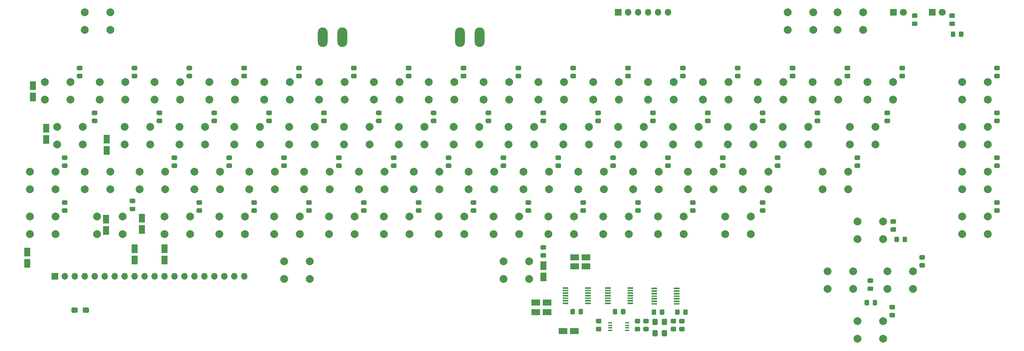
<source format=gbr>
%TF.GenerationSoftware,KiCad,Pcbnew,(5.1.9)-1*%
%TF.CreationDate,2021-06-15T15:46:33-04:00*%
%TF.ProjectId,CMicro-Keyboard,434d6963-726f-42d4-9b65-79626f617264,rev?*%
%TF.SameCoordinates,Original*%
%TF.FileFunction,Soldermask,Bot*%
%TF.FilePolarity,Negative*%
%FSLAX46Y46*%
G04 Gerber Fmt 4.6, Leading zero omitted, Abs format (unit mm)*
G04 Created by KiCad (PCBNEW (5.1.9)-1) date 2021-06-15 15:46:33*
%MOMM*%
%LPD*%
G01*
G04 APERTURE LIST*
%ADD10C,2.000000*%
%ADD11R,1.800000X1.800000*%
%ADD12C,1.800000*%
%ADD13R,1.700000X1.700000*%
%ADD14O,1.700000X1.700000*%
%ADD15R,1.100000X0.400000*%
%ADD16R,2.200000X1.500000*%
%ADD17R,1.500000X2.200000*%
%ADD18O,2.500000X5.000000*%
G04 APERTURE END LIST*
%TO.C,R5*%
G36*
G01*
X248469999Y-70790000D02*
X249370001Y-70790000D01*
G75*
G02*
X249620000Y-71039999I0J-249999D01*
G01*
X249620000Y-71690001D01*
G75*
G02*
X249370001Y-71940000I-249999J0D01*
G01*
X248469999Y-71940000D01*
G75*
G02*
X248220000Y-71690001I0J249999D01*
G01*
X248220000Y-71039999D01*
G75*
G02*
X248469999Y-70790000I249999J0D01*
G01*
G37*
G36*
G01*
X248469999Y-72840000D02*
X249370001Y-72840000D01*
G75*
G02*
X249620000Y-73089999I0J-249999D01*
G01*
X249620000Y-73740001D01*
G75*
G02*
X249370001Y-73990000I-249999J0D01*
G01*
X248469999Y-73990000D01*
G75*
G02*
X248220000Y-73740001I0J249999D01*
G01*
X248220000Y-73089999D01*
G75*
G02*
X248469999Y-72840000I249999J0D01*
G01*
G37*
%TD*%
%TO.C,R6*%
G36*
G01*
X237039999Y-93650000D02*
X237940001Y-93650000D01*
G75*
G02*
X238190000Y-93899999I0J-249999D01*
G01*
X238190000Y-94550001D01*
G75*
G02*
X237940001Y-94800000I-249999J0D01*
G01*
X237039999Y-94800000D01*
G75*
G02*
X236790000Y-94550001I0J249999D01*
G01*
X236790000Y-93899999D01*
G75*
G02*
X237039999Y-93650000I249999J0D01*
G01*
G37*
G36*
G01*
X237039999Y-95700000D02*
X237940001Y-95700000D01*
G75*
G02*
X238190000Y-95949999I0J-249999D01*
G01*
X238190000Y-96600001D01*
G75*
G02*
X237940001Y-96850000I-249999J0D01*
G01*
X237039999Y-96850000D01*
G75*
G02*
X236790000Y-96600001I0J249999D01*
G01*
X236790000Y-95949999D01*
G75*
G02*
X237039999Y-95700000I249999J0D01*
G01*
G37*
%TD*%
%TO.C,R7*%
G36*
G01*
X253549999Y-121100000D02*
X254450001Y-121100000D01*
G75*
G02*
X254700000Y-121349999I0J-249999D01*
G01*
X254700000Y-122000001D01*
G75*
G02*
X254450001Y-122250000I-249999J0D01*
G01*
X253549999Y-122250000D01*
G75*
G02*
X253300000Y-122000001I0J249999D01*
G01*
X253300000Y-121349999D01*
G75*
G02*
X253549999Y-121100000I249999J0D01*
G01*
G37*
G36*
G01*
X253549999Y-119050000D02*
X254450001Y-119050000D01*
G75*
G02*
X254700000Y-119299999I0J-249999D01*
G01*
X254700000Y-119950001D01*
G75*
G02*
X254450001Y-120200000I-249999J0D01*
G01*
X253549999Y-120200000D01*
G75*
G02*
X253300000Y-119950001I0J249999D01*
G01*
X253300000Y-119299999D01*
G75*
G02*
X253549999Y-119050000I249999J0D01*
G01*
G37*
%TD*%
%TO.C,R8*%
G36*
G01*
X272599999Y-105080000D02*
X273500001Y-105080000D01*
G75*
G02*
X273750000Y-105329999I0J-249999D01*
G01*
X273750000Y-105980001D01*
G75*
G02*
X273500001Y-106230000I-249999J0D01*
G01*
X272599999Y-106230000D01*
G75*
G02*
X272350000Y-105980001I0J249999D01*
G01*
X272350000Y-105329999D01*
G75*
G02*
X272599999Y-105080000I249999J0D01*
G01*
G37*
G36*
G01*
X272599999Y-107130000D02*
X273500001Y-107130000D01*
G75*
G02*
X273750000Y-107379999I0J-249999D01*
G01*
X273750000Y-108030001D01*
G75*
G02*
X273500001Y-108280000I-249999J0D01*
G01*
X272599999Y-108280000D01*
G75*
G02*
X272350000Y-108030001I0J249999D01*
G01*
X272350000Y-107379999D01*
G75*
G02*
X272599999Y-107130000I249999J0D01*
G01*
G37*
%TD*%
%TO.C,R9*%
G36*
G01*
X272599999Y-72840000D02*
X273500001Y-72840000D01*
G75*
G02*
X273750000Y-73089999I0J-249999D01*
G01*
X273750000Y-73740001D01*
G75*
G02*
X273500001Y-73990000I-249999J0D01*
G01*
X272599999Y-73990000D01*
G75*
G02*
X272350000Y-73740001I0J249999D01*
G01*
X272350000Y-73089999D01*
G75*
G02*
X272599999Y-72840000I249999J0D01*
G01*
G37*
G36*
G01*
X272599999Y-70790000D02*
X273500001Y-70790000D01*
G75*
G02*
X273750000Y-71039999I0J-249999D01*
G01*
X273750000Y-71690001D01*
G75*
G02*
X273500001Y-71940000I-249999J0D01*
G01*
X272599999Y-71940000D01*
G75*
G02*
X272350000Y-71690001I0J249999D01*
G01*
X272350000Y-71039999D01*
G75*
G02*
X272599999Y-70790000I249999J0D01*
G01*
G37*
%TD*%
%TO.C,R10*%
G36*
G01*
X272599999Y-82220000D02*
X273500001Y-82220000D01*
G75*
G02*
X273750000Y-82469999I0J-249999D01*
G01*
X273750000Y-83120001D01*
G75*
G02*
X273500001Y-83370000I-249999J0D01*
G01*
X272599999Y-83370000D01*
G75*
G02*
X272350000Y-83120001I0J249999D01*
G01*
X272350000Y-82469999D01*
G75*
G02*
X272599999Y-82220000I249999J0D01*
G01*
G37*
G36*
G01*
X272599999Y-84270000D02*
X273500001Y-84270000D01*
G75*
G02*
X273750000Y-84519999I0J-249999D01*
G01*
X273750000Y-85170001D01*
G75*
G02*
X273500001Y-85420000I-249999J0D01*
G01*
X272599999Y-85420000D01*
G75*
G02*
X272350000Y-85170001I0J249999D01*
G01*
X272350000Y-84519999D01*
G75*
G02*
X272599999Y-84270000I249999J0D01*
G01*
G37*
%TD*%
%TO.C,R11*%
G36*
G01*
X272599999Y-95700000D02*
X273500001Y-95700000D01*
G75*
G02*
X273750000Y-95949999I0J-249999D01*
G01*
X273750000Y-96600001D01*
G75*
G02*
X273500001Y-96850000I-249999J0D01*
G01*
X272599999Y-96850000D01*
G75*
G02*
X272350000Y-96600001I0J249999D01*
G01*
X272350000Y-95949999D01*
G75*
G02*
X272599999Y-95700000I249999J0D01*
G01*
G37*
G36*
G01*
X272599999Y-93650000D02*
X273500001Y-93650000D01*
G75*
G02*
X273750000Y-93899999I0J-249999D01*
G01*
X273750000Y-94550001D01*
G75*
G02*
X273500001Y-94800000I-249999J0D01*
G01*
X272599999Y-94800000D01*
G75*
G02*
X272350000Y-94550001I0J249999D01*
G01*
X272350000Y-93899999D01*
G75*
G02*
X272599999Y-93650000I249999J0D01*
G01*
G37*
%TD*%
%TO.C,R12*%
G36*
G01*
X245929999Y-131750000D02*
X246830001Y-131750000D01*
G75*
G02*
X247080000Y-131999999I0J-249999D01*
G01*
X247080000Y-132650001D01*
G75*
G02*
X246830001Y-132900000I-249999J0D01*
G01*
X245929999Y-132900000D01*
G75*
G02*
X245680000Y-132650001I0J249999D01*
G01*
X245680000Y-131999999D01*
G75*
G02*
X245929999Y-131750000I249999J0D01*
G01*
G37*
G36*
G01*
X245929999Y-133800000D02*
X246830001Y-133800000D01*
G75*
G02*
X247080000Y-134049999I0J-249999D01*
G01*
X247080000Y-134700001D01*
G75*
G02*
X246830001Y-134950000I-249999J0D01*
G01*
X245929999Y-134950000D01*
G75*
G02*
X245680000Y-134700001I0J249999D01*
G01*
X245680000Y-134049999D01*
G75*
G02*
X245929999Y-133800000I249999J0D01*
G01*
G37*
%TD*%
%TO.C,R15*%
G36*
G01*
X244659999Y-82220000D02*
X245560001Y-82220000D01*
G75*
G02*
X245810000Y-82469999I0J-249999D01*
G01*
X245810000Y-83120001D01*
G75*
G02*
X245560001Y-83370000I-249999J0D01*
G01*
X244659999Y-83370000D01*
G75*
G02*
X244410000Y-83120001I0J249999D01*
G01*
X244410000Y-82469999D01*
G75*
G02*
X244659999Y-82220000I249999J0D01*
G01*
G37*
G36*
G01*
X244659999Y-84270000D02*
X245560001Y-84270000D01*
G75*
G02*
X245810000Y-84519999I0J-249999D01*
G01*
X245810000Y-85170001D01*
G75*
G02*
X245560001Y-85420000I-249999J0D01*
G01*
X244659999Y-85420000D01*
G75*
G02*
X244410000Y-85170001I0J249999D01*
G01*
X244410000Y-84519999D01*
G75*
G02*
X244659999Y-84270000I249999J0D01*
G01*
G37*
%TD*%
%TO.C,R16*%
G36*
G01*
X80829999Y-72840000D02*
X81730001Y-72840000D01*
G75*
G02*
X81980000Y-73089999I0J-249999D01*
G01*
X81980000Y-73740001D01*
G75*
G02*
X81730001Y-73990000I-249999J0D01*
G01*
X80829999Y-73990000D01*
G75*
G02*
X80580000Y-73740001I0J249999D01*
G01*
X80580000Y-73089999D01*
G75*
G02*
X80829999Y-72840000I249999J0D01*
G01*
G37*
G36*
G01*
X80829999Y-70790000D02*
X81730001Y-70790000D01*
G75*
G02*
X81980000Y-71039999I0J-249999D01*
G01*
X81980000Y-71690001D01*
G75*
G02*
X81730001Y-71940000I-249999J0D01*
G01*
X80829999Y-71940000D01*
G75*
G02*
X80580000Y-71690001I0J249999D01*
G01*
X80580000Y-71039999D01*
G75*
G02*
X80829999Y-70790000I249999J0D01*
G01*
G37*
%TD*%
%TO.C,R17*%
G36*
G01*
X73209999Y-84270000D02*
X74110001Y-84270000D01*
G75*
G02*
X74360000Y-84519999I0J-249999D01*
G01*
X74360000Y-85170001D01*
G75*
G02*
X74110001Y-85420000I-249999J0D01*
G01*
X73209999Y-85420000D01*
G75*
G02*
X72960000Y-85170001I0J249999D01*
G01*
X72960000Y-84519999D01*
G75*
G02*
X73209999Y-84270000I249999J0D01*
G01*
G37*
G36*
G01*
X73209999Y-82220000D02*
X74110001Y-82220000D01*
G75*
G02*
X74360000Y-82469999I0J-249999D01*
G01*
X74360000Y-83120001D01*
G75*
G02*
X74110001Y-83370000I-249999J0D01*
G01*
X73209999Y-83370000D01*
G75*
G02*
X72960000Y-83120001I0J249999D01*
G01*
X72960000Y-82469999D01*
G75*
G02*
X73209999Y-82220000I249999J0D01*
G01*
G37*
%TD*%
%TO.C,R18*%
G36*
G01*
X63049999Y-93650000D02*
X63950001Y-93650000D01*
G75*
G02*
X64200000Y-93899999I0J-249999D01*
G01*
X64200000Y-94550001D01*
G75*
G02*
X63950001Y-94800000I-249999J0D01*
G01*
X63049999Y-94800000D01*
G75*
G02*
X62800000Y-94550001I0J249999D01*
G01*
X62800000Y-93899999D01*
G75*
G02*
X63049999Y-93650000I249999J0D01*
G01*
G37*
G36*
G01*
X63049999Y-95700000D02*
X63950001Y-95700000D01*
G75*
G02*
X64200000Y-95949999I0J-249999D01*
G01*
X64200000Y-96600001D01*
G75*
G02*
X63950001Y-96850000I-249999J0D01*
G01*
X63049999Y-96850000D01*
G75*
G02*
X62800000Y-96600001I0J249999D01*
G01*
X62800000Y-95949999D01*
G75*
G02*
X63049999Y-95700000I249999J0D01*
G01*
G37*
%TD*%
%TO.C,R19*%
G36*
G01*
X94799999Y-72840000D02*
X95700001Y-72840000D01*
G75*
G02*
X95950000Y-73089999I0J-249999D01*
G01*
X95950000Y-73740001D01*
G75*
G02*
X95700001Y-73990000I-249999J0D01*
G01*
X94799999Y-73990000D01*
G75*
G02*
X94550000Y-73740001I0J249999D01*
G01*
X94550000Y-73089999D01*
G75*
G02*
X94799999Y-72840000I249999J0D01*
G01*
G37*
G36*
G01*
X94799999Y-70790000D02*
X95700001Y-70790000D01*
G75*
G02*
X95950000Y-71039999I0J-249999D01*
G01*
X95950000Y-71690001D01*
G75*
G02*
X95700001Y-71940000I-249999J0D01*
G01*
X94799999Y-71940000D01*
G75*
G02*
X94550000Y-71690001I0J249999D01*
G01*
X94550000Y-71039999D01*
G75*
G02*
X94799999Y-70790000I249999J0D01*
G01*
G37*
%TD*%
%TO.C,R20*%
G36*
G01*
X69399999Y-105080000D02*
X70300001Y-105080000D01*
G75*
G02*
X70550000Y-105329999I0J-249999D01*
G01*
X70550000Y-105980001D01*
G75*
G02*
X70300001Y-106230000I-249999J0D01*
G01*
X69399999Y-106230000D01*
G75*
G02*
X69150000Y-105980001I0J249999D01*
G01*
X69150000Y-105329999D01*
G75*
G02*
X69399999Y-105080000I249999J0D01*
G01*
G37*
G36*
G01*
X69399999Y-107130000D02*
X70300001Y-107130000D01*
G75*
G02*
X70550000Y-107379999I0J-249999D01*
G01*
X70550000Y-108030001D01*
G75*
G02*
X70300001Y-108280000I-249999J0D01*
G01*
X69399999Y-108280000D01*
G75*
G02*
X69150000Y-108030001I0J249999D01*
G01*
X69150000Y-107379999D01*
G75*
G02*
X69399999Y-107130000I249999J0D01*
G01*
G37*
%TD*%
%TO.C,R21*%
G36*
G01*
X77019999Y-95700000D02*
X77920001Y-95700000D01*
G75*
G02*
X78170000Y-95949999I0J-249999D01*
G01*
X78170000Y-96600001D01*
G75*
G02*
X77920001Y-96850000I-249999J0D01*
G01*
X77019999Y-96850000D01*
G75*
G02*
X76770000Y-96600001I0J249999D01*
G01*
X76770000Y-95949999D01*
G75*
G02*
X77019999Y-95700000I249999J0D01*
G01*
G37*
G36*
G01*
X77019999Y-93650000D02*
X77920001Y-93650000D01*
G75*
G02*
X78170000Y-93899999I0J-249999D01*
G01*
X78170000Y-94550001D01*
G75*
G02*
X77920001Y-94800000I-249999J0D01*
G01*
X77019999Y-94800000D01*
G75*
G02*
X76770000Y-94550001I0J249999D01*
G01*
X76770000Y-93899999D01*
G75*
G02*
X77019999Y-93650000I249999J0D01*
G01*
G37*
%TD*%
%TO.C,R22*%
G36*
G01*
X87179999Y-82220000D02*
X88080001Y-82220000D01*
G75*
G02*
X88330000Y-82469999I0J-249999D01*
G01*
X88330000Y-83120001D01*
G75*
G02*
X88080001Y-83370000I-249999J0D01*
G01*
X87179999Y-83370000D01*
G75*
G02*
X86930000Y-83120001I0J249999D01*
G01*
X86930000Y-82469999D01*
G75*
G02*
X87179999Y-82220000I249999J0D01*
G01*
G37*
G36*
G01*
X87179999Y-84270000D02*
X88080001Y-84270000D01*
G75*
G02*
X88330000Y-84519999I0J-249999D01*
G01*
X88330000Y-85170001D01*
G75*
G02*
X88080001Y-85420000I-249999J0D01*
G01*
X87179999Y-85420000D01*
G75*
G02*
X86930000Y-85170001I0J249999D01*
G01*
X86930000Y-84519999D01*
G75*
G02*
X87179999Y-84270000I249999J0D01*
G01*
G37*
%TD*%
%TO.C,R23*%
G36*
G01*
X52381999Y-106740000D02*
X53282001Y-106740000D01*
G75*
G02*
X53532000Y-106989999I0J-249999D01*
G01*
X53532000Y-107640001D01*
G75*
G02*
X53282001Y-107890000I-249999J0D01*
G01*
X52381999Y-107890000D01*
G75*
G02*
X52132000Y-107640001I0J249999D01*
G01*
X52132000Y-106989999D01*
G75*
G02*
X52381999Y-106740000I249999J0D01*
G01*
G37*
G36*
G01*
X52381999Y-104690000D02*
X53282001Y-104690000D01*
G75*
G02*
X53532000Y-104939999I0J-249999D01*
G01*
X53532000Y-105590001D01*
G75*
G02*
X53282001Y-105840000I-249999J0D01*
G01*
X52381999Y-105840000D01*
G75*
G02*
X52132000Y-105590001I0J249999D01*
G01*
X52132000Y-104939999D01*
G75*
G02*
X52381999Y-104690000I249999J0D01*
G01*
G37*
%TD*%
%TO.C,R25*%
G36*
G01*
X108769999Y-70790000D02*
X109670001Y-70790000D01*
G75*
G02*
X109920000Y-71039999I0J-249999D01*
G01*
X109920000Y-71690001D01*
G75*
G02*
X109670001Y-71940000I-249999J0D01*
G01*
X108769999Y-71940000D01*
G75*
G02*
X108520000Y-71690001I0J249999D01*
G01*
X108520000Y-71039999D01*
G75*
G02*
X108769999Y-70790000I249999J0D01*
G01*
G37*
G36*
G01*
X108769999Y-72840000D02*
X109670001Y-72840000D01*
G75*
G02*
X109920000Y-73089999I0J-249999D01*
G01*
X109920000Y-73740001D01*
G75*
G02*
X109670001Y-73990000I-249999J0D01*
G01*
X108769999Y-73990000D01*
G75*
G02*
X108520000Y-73740001I0J249999D01*
G01*
X108520000Y-73089999D01*
G75*
G02*
X108769999Y-72840000I249999J0D01*
G01*
G37*
%TD*%
%TO.C,R26*%
G36*
G01*
X101149999Y-84270000D02*
X102050001Y-84270000D01*
G75*
G02*
X102300000Y-84519999I0J-249999D01*
G01*
X102300000Y-85170001D01*
G75*
G02*
X102050001Y-85420000I-249999J0D01*
G01*
X101149999Y-85420000D01*
G75*
G02*
X100900000Y-85170001I0J249999D01*
G01*
X100900000Y-84519999D01*
G75*
G02*
X101149999Y-84270000I249999J0D01*
G01*
G37*
G36*
G01*
X101149999Y-82220000D02*
X102050001Y-82220000D01*
G75*
G02*
X102300000Y-82469999I0J-249999D01*
G01*
X102300000Y-83120001D01*
G75*
G02*
X102050001Y-83370000I-249999J0D01*
G01*
X101149999Y-83370000D01*
G75*
G02*
X100900000Y-83120001I0J249999D01*
G01*
X100900000Y-82469999D01*
G75*
G02*
X101149999Y-82220000I249999J0D01*
G01*
G37*
%TD*%
%TO.C,R27*%
G36*
G01*
X90989999Y-93650000D02*
X91890001Y-93650000D01*
G75*
G02*
X92140000Y-93899999I0J-249999D01*
G01*
X92140000Y-94550001D01*
G75*
G02*
X91890001Y-94800000I-249999J0D01*
G01*
X90989999Y-94800000D01*
G75*
G02*
X90740000Y-94550001I0J249999D01*
G01*
X90740000Y-93899999D01*
G75*
G02*
X90989999Y-93650000I249999J0D01*
G01*
G37*
G36*
G01*
X90989999Y-95700000D02*
X91890001Y-95700000D01*
G75*
G02*
X92140000Y-95949999I0J-249999D01*
G01*
X92140000Y-96600001D01*
G75*
G02*
X91890001Y-96850000I-249999J0D01*
G01*
X90989999Y-96850000D01*
G75*
G02*
X90740000Y-96600001I0J249999D01*
G01*
X90740000Y-95949999D01*
G75*
G02*
X90989999Y-95700000I249999J0D01*
G01*
G37*
%TD*%
%TO.C,R28*%
G36*
G01*
X122739999Y-72840000D02*
X123640001Y-72840000D01*
G75*
G02*
X123890000Y-73089999I0J-249999D01*
G01*
X123890000Y-73740001D01*
G75*
G02*
X123640001Y-73990000I-249999J0D01*
G01*
X122739999Y-73990000D01*
G75*
G02*
X122490000Y-73740001I0J249999D01*
G01*
X122490000Y-73089999D01*
G75*
G02*
X122739999Y-72840000I249999J0D01*
G01*
G37*
G36*
G01*
X122739999Y-70790000D02*
X123640001Y-70790000D01*
G75*
G02*
X123890000Y-71039999I0J-249999D01*
G01*
X123890000Y-71690001D01*
G75*
G02*
X123640001Y-71940000I-249999J0D01*
G01*
X122739999Y-71940000D01*
G75*
G02*
X122490000Y-71690001I0J249999D01*
G01*
X122490000Y-71039999D01*
G75*
G02*
X122739999Y-70790000I249999J0D01*
G01*
G37*
%TD*%
%TO.C,R29*%
G36*
G01*
X97339999Y-105080000D02*
X98240001Y-105080000D01*
G75*
G02*
X98490000Y-105329999I0J-249999D01*
G01*
X98490000Y-105980001D01*
G75*
G02*
X98240001Y-106230000I-249999J0D01*
G01*
X97339999Y-106230000D01*
G75*
G02*
X97090000Y-105980001I0J249999D01*
G01*
X97090000Y-105329999D01*
G75*
G02*
X97339999Y-105080000I249999J0D01*
G01*
G37*
G36*
G01*
X97339999Y-107130000D02*
X98240001Y-107130000D01*
G75*
G02*
X98490000Y-107379999I0J-249999D01*
G01*
X98490000Y-108030001D01*
G75*
G02*
X98240001Y-108280000I-249999J0D01*
G01*
X97339999Y-108280000D01*
G75*
G02*
X97090000Y-108030001I0J249999D01*
G01*
X97090000Y-107379999D01*
G75*
G02*
X97339999Y-107130000I249999J0D01*
G01*
G37*
%TD*%
%TO.C,R30*%
G36*
G01*
X104959999Y-95700000D02*
X105860001Y-95700000D01*
G75*
G02*
X106110000Y-95949999I0J-249999D01*
G01*
X106110000Y-96600001D01*
G75*
G02*
X105860001Y-96850000I-249999J0D01*
G01*
X104959999Y-96850000D01*
G75*
G02*
X104710000Y-96600001I0J249999D01*
G01*
X104710000Y-95949999D01*
G75*
G02*
X104959999Y-95700000I249999J0D01*
G01*
G37*
G36*
G01*
X104959999Y-93650000D02*
X105860001Y-93650000D01*
G75*
G02*
X106110000Y-93899999I0J-249999D01*
G01*
X106110000Y-94550001D01*
G75*
G02*
X105860001Y-94800000I-249999J0D01*
G01*
X104959999Y-94800000D01*
G75*
G02*
X104710000Y-94550001I0J249999D01*
G01*
X104710000Y-93899999D01*
G75*
G02*
X104959999Y-93650000I249999J0D01*
G01*
G37*
%TD*%
%TO.C,R31*%
G36*
G01*
X115119999Y-82220000D02*
X116020001Y-82220000D01*
G75*
G02*
X116270000Y-82469999I0J-249999D01*
G01*
X116270000Y-83120001D01*
G75*
G02*
X116020001Y-83370000I-249999J0D01*
G01*
X115119999Y-83370000D01*
G75*
G02*
X114870000Y-83120001I0J249999D01*
G01*
X114870000Y-82469999D01*
G75*
G02*
X115119999Y-82220000I249999J0D01*
G01*
G37*
G36*
G01*
X115119999Y-84270000D02*
X116020001Y-84270000D01*
G75*
G02*
X116270000Y-84519999I0J-249999D01*
G01*
X116270000Y-85170001D01*
G75*
G02*
X116020001Y-85420000I-249999J0D01*
G01*
X115119999Y-85420000D01*
G75*
G02*
X114870000Y-85170001I0J249999D01*
G01*
X114870000Y-84519999D01*
G75*
G02*
X115119999Y-84270000I249999J0D01*
G01*
G37*
%TD*%
%TO.C,R32*%
G36*
G01*
X83369999Y-107130000D02*
X84270001Y-107130000D01*
G75*
G02*
X84520000Y-107379999I0J-249999D01*
G01*
X84520000Y-108030001D01*
G75*
G02*
X84270001Y-108280000I-249999J0D01*
G01*
X83369999Y-108280000D01*
G75*
G02*
X83120000Y-108030001I0J249999D01*
G01*
X83120000Y-107379999D01*
G75*
G02*
X83369999Y-107130000I249999J0D01*
G01*
G37*
G36*
G01*
X83369999Y-105080000D02*
X84270001Y-105080000D01*
G75*
G02*
X84520000Y-105329999I0J-249999D01*
G01*
X84520000Y-105980001D01*
G75*
G02*
X84270001Y-106230000I-249999J0D01*
G01*
X83369999Y-106230000D01*
G75*
G02*
X83120000Y-105980001I0J249999D01*
G01*
X83120000Y-105329999D01*
G75*
G02*
X83369999Y-105080000I249999J0D01*
G01*
G37*
%TD*%
%TO.C,R35*%
G36*
G01*
X136709999Y-72840000D02*
X137610001Y-72840000D01*
G75*
G02*
X137860000Y-73089999I0J-249999D01*
G01*
X137860000Y-73740001D01*
G75*
G02*
X137610001Y-73990000I-249999J0D01*
G01*
X136709999Y-73990000D01*
G75*
G02*
X136460000Y-73740001I0J249999D01*
G01*
X136460000Y-73089999D01*
G75*
G02*
X136709999Y-72840000I249999J0D01*
G01*
G37*
G36*
G01*
X136709999Y-70790000D02*
X137610001Y-70790000D01*
G75*
G02*
X137860000Y-71039999I0J-249999D01*
G01*
X137860000Y-71690001D01*
G75*
G02*
X137610001Y-71940000I-249999J0D01*
G01*
X136709999Y-71940000D01*
G75*
G02*
X136460000Y-71690001I0J249999D01*
G01*
X136460000Y-71039999D01*
G75*
G02*
X136709999Y-70790000I249999J0D01*
G01*
G37*
%TD*%
%TO.C,R36*%
G36*
G01*
X129089999Y-82220000D02*
X129990001Y-82220000D01*
G75*
G02*
X130240000Y-82469999I0J-249999D01*
G01*
X130240000Y-83120001D01*
G75*
G02*
X129990001Y-83370000I-249999J0D01*
G01*
X129089999Y-83370000D01*
G75*
G02*
X128840000Y-83120001I0J249999D01*
G01*
X128840000Y-82469999D01*
G75*
G02*
X129089999Y-82220000I249999J0D01*
G01*
G37*
G36*
G01*
X129089999Y-84270000D02*
X129990001Y-84270000D01*
G75*
G02*
X130240000Y-84519999I0J-249999D01*
G01*
X130240000Y-85170001D01*
G75*
G02*
X129990001Y-85420000I-249999J0D01*
G01*
X129089999Y-85420000D01*
G75*
G02*
X128840000Y-85170001I0J249999D01*
G01*
X128840000Y-84519999D01*
G75*
G02*
X129089999Y-84270000I249999J0D01*
G01*
G37*
%TD*%
%TO.C,R37*%
G36*
G01*
X118929999Y-95700000D02*
X119830001Y-95700000D01*
G75*
G02*
X120080000Y-95949999I0J-249999D01*
G01*
X120080000Y-96600001D01*
G75*
G02*
X119830001Y-96850000I-249999J0D01*
G01*
X118929999Y-96850000D01*
G75*
G02*
X118680000Y-96600001I0J249999D01*
G01*
X118680000Y-95949999D01*
G75*
G02*
X118929999Y-95700000I249999J0D01*
G01*
G37*
G36*
G01*
X118929999Y-93650000D02*
X119830001Y-93650000D01*
G75*
G02*
X120080000Y-93899999I0J-249999D01*
G01*
X120080000Y-94550001D01*
G75*
G02*
X119830001Y-94800000I-249999J0D01*
G01*
X118929999Y-94800000D01*
G75*
G02*
X118680000Y-94550001I0J249999D01*
G01*
X118680000Y-93899999D01*
G75*
G02*
X118929999Y-93650000I249999J0D01*
G01*
G37*
%TD*%
%TO.C,R38*%
G36*
G01*
X150679999Y-70790000D02*
X151580001Y-70790000D01*
G75*
G02*
X151830000Y-71039999I0J-249999D01*
G01*
X151830000Y-71690001D01*
G75*
G02*
X151580001Y-71940000I-249999J0D01*
G01*
X150679999Y-71940000D01*
G75*
G02*
X150430000Y-71690001I0J249999D01*
G01*
X150430000Y-71039999D01*
G75*
G02*
X150679999Y-70790000I249999J0D01*
G01*
G37*
G36*
G01*
X150679999Y-72840000D02*
X151580001Y-72840000D01*
G75*
G02*
X151830000Y-73089999I0J-249999D01*
G01*
X151830000Y-73740001D01*
G75*
G02*
X151580001Y-73990000I-249999J0D01*
G01*
X150679999Y-73990000D01*
G75*
G02*
X150430000Y-73740001I0J249999D01*
G01*
X150430000Y-73089999D01*
G75*
G02*
X150679999Y-72840000I249999J0D01*
G01*
G37*
%TD*%
%TO.C,R39*%
G36*
G01*
X125279999Y-107130000D02*
X126180001Y-107130000D01*
G75*
G02*
X126430000Y-107379999I0J-249999D01*
G01*
X126430000Y-108030001D01*
G75*
G02*
X126180001Y-108280000I-249999J0D01*
G01*
X125279999Y-108280000D01*
G75*
G02*
X125030000Y-108030001I0J249999D01*
G01*
X125030000Y-107379999D01*
G75*
G02*
X125279999Y-107130000I249999J0D01*
G01*
G37*
G36*
G01*
X125279999Y-105080000D02*
X126180001Y-105080000D01*
G75*
G02*
X126430000Y-105329999I0J-249999D01*
G01*
X126430000Y-105980001D01*
G75*
G02*
X126180001Y-106230000I-249999J0D01*
G01*
X125279999Y-106230000D01*
G75*
G02*
X125030000Y-105980001I0J249999D01*
G01*
X125030000Y-105329999D01*
G75*
G02*
X125279999Y-105080000I249999J0D01*
G01*
G37*
%TD*%
%TO.C,R40*%
G36*
G01*
X132899999Y-93650000D02*
X133800001Y-93650000D01*
G75*
G02*
X134050000Y-93899999I0J-249999D01*
G01*
X134050000Y-94550001D01*
G75*
G02*
X133800001Y-94800000I-249999J0D01*
G01*
X132899999Y-94800000D01*
G75*
G02*
X132650000Y-94550001I0J249999D01*
G01*
X132650000Y-93899999D01*
G75*
G02*
X132899999Y-93650000I249999J0D01*
G01*
G37*
G36*
G01*
X132899999Y-95700000D02*
X133800001Y-95700000D01*
G75*
G02*
X134050000Y-95949999I0J-249999D01*
G01*
X134050000Y-96600001D01*
G75*
G02*
X133800001Y-96850000I-249999J0D01*
G01*
X132899999Y-96850000D01*
G75*
G02*
X132650000Y-96600001I0J249999D01*
G01*
X132650000Y-95949999D01*
G75*
G02*
X132899999Y-95700000I249999J0D01*
G01*
G37*
%TD*%
%TO.C,R41*%
G36*
G01*
X143059999Y-84270000D02*
X143960001Y-84270000D01*
G75*
G02*
X144210000Y-84519999I0J-249999D01*
G01*
X144210000Y-85170001D01*
G75*
G02*
X143960001Y-85420000I-249999J0D01*
G01*
X143059999Y-85420000D01*
G75*
G02*
X142810000Y-85170001I0J249999D01*
G01*
X142810000Y-84519999D01*
G75*
G02*
X143059999Y-84270000I249999J0D01*
G01*
G37*
G36*
G01*
X143059999Y-82220000D02*
X143960001Y-82220000D01*
G75*
G02*
X144210000Y-82469999I0J-249999D01*
G01*
X144210000Y-83120001D01*
G75*
G02*
X143960001Y-83370000I-249999J0D01*
G01*
X143059999Y-83370000D01*
G75*
G02*
X142810000Y-83120001I0J249999D01*
G01*
X142810000Y-82469999D01*
G75*
G02*
X143059999Y-82220000I249999J0D01*
G01*
G37*
%TD*%
%TO.C,R42*%
G36*
G01*
X111309999Y-105080000D02*
X112210001Y-105080000D01*
G75*
G02*
X112460000Y-105329999I0J-249999D01*
G01*
X112460000Y-105980001D01*
G75*
G02*
X112210001Y-106230000I-249999J0D01*
G01*
X111309999Y-106230000D01*
G75*
G02*
X111060000Y-105980001I0J249999D01*
G01*
X111060000Y-105329999D01*
G75*
G02*
X111309999Y-105080000I249999J0D01*
G01*
G37*
G36*
G01*
X111309999Y-107130000D02*
X112210001Y-107130000D01*
G75*
G02*
X112460000Y-107379999I0J-249999D01*
G01*
X112460000Y-108030001D01*
G75*
G02*
X112210001Y-108280000I-249999J0D01*
G01*
X111309999Y-108280000D01*
G75*
G02*
X111060000Y-108030001I0J249999D01*
G01*
X111060000Y-107379999D01*
G75*
G02*
X111309999Y-107130000I249999J0D01*
G01*
G37*
%TD*%
%TO.C,R45*%
G36*
G01*
X164649999Y-70790000D02*
X165550001Y-70790000D01*
G75*
G02*
X165800000Y-71039999I0J-249999D01*
G01*
X165800000Y-71690001D01*
G75*
G02*
X165550001Y-71940000I-249999J0D01*
G01*
X164649999Y-71940000D01*
G75*
G02*
X164400000Y-71690001I0J249999D01*
G01*
X164400000Y-71039999D01*
G75*
G02*
X164649999Y-70790000I249999J0D01*
G01*
G37*
G36*
G01*
X164649999Y-72840000D02*
X165550001Y-72840000D01*
G75*
G02*
X165800000Y-73089999I0J-249999D01*
G01*
X165800000Y-73740001D01*
G75*
G02*
X165550001Y-73990000I-249999J0D01*
G01*
X164649999Y-73990000D01*
G75*
G02*
X164400000Y-73740001I0J249999D01*
G01*
X164400000Y-73089999D01*
G75*
G02*
X164649999Y-72840000I249999J0D01*
G01*
G37*
%TD*%
%TO.C,R46*%
G36*
G01*
X157029999Y-84270000D02*
X157930001Y-84270000D01*
G75*
G02*
X158180000Y-84519999I0J-249999D01*
G01*
X158180000Y-85170001D01*
G75*
G02*
X157930001Y-85420000I-249999J0D01*
G01*
X157029999Y-85420000D01*
G75*
G02*
X156780000Y-85170001I0J249999D01*
G01*
X156780000Y-84519999D01*
G75*
G02*
X157029999Y-84270000I249999J0D01*
G01*
G37*
G36*
G01*
X157029999Y-82220000D02*
X157930001Y-82220000D01*
G75*
G02*
X158180000Y-82469999I0J-249999D01*
G01*
X158180000Y-83120001D01*
G75*
G02*
X157930001Y-83370000I-249999J0D01*
G01*
X157029999Y-83370000D01*
G75*
G02*
X156780000Y-83120001I0J249999D01*
G01*
X156780000Y-82469999D01*
G75*
G02*
X157029999Y-82220000I249999J0D01*
G01*
G37*
%TD*%
%TO.C,R47*%
G36*
G01*
X146869999Y-93650000D02*
X147770001Y-93650000D01*
G75*
G02*
X148020000Y-93899999I0J-249999D01*
G01*
X148020000Y-94550001D01*
G75*
G02*
X147770001Y-94800000I-249999J0D01*
G01*
X146869999Y-94800000D01*
G75*
G02*
X146620000Y-94550001I0J249999D01*
G01*
X146620000Y-93899999D01*
G75*
G02*
X146869999Y-93650000I249999J0D01*
G01*
G37*
G36*
G01*
X146869999Y-95700000D02*
X147770001Y-95700000D01*
G75*
G02*
X148020000Y-95949999I0J-249999D01*
G01*
X148020000Y-96600001D01*
G75*
G02*
X147770001Y-96850000I-249999J0D01*
G01*
X146869999Y-96850000D01*
G75*
G02*
X146620000Y-96600001I0J249999D01*
G01*
X146620000Y-95949999D01*
G75*
G02*
X146869999Y-95700000I249999J0D01*
G01*
G37*
%TD*%
%TO.C,R48*%
G36*
G01*
X178619999Y-72840000D02*
X179520001Y-72840000D01*
G75*
G02*
X179770000Y-73089999I0J-249999D01*
G01*
X179770000Y-73740001D01*
G75*
G02*
X179520001Y-73990000I-249999J0D01*
G01*
X178619999Y-73990000D01*
G75*
G02*
X178370000Y-73740001I0J249999D01*
G01*
X178370000Y-73089999D01*
G75*
G02*
X178619999Y-72840000I249999J0D01*
G01*
G37*
G36*
G01*
X178619999Y-70790000D02*
X179520001Y-70790000D01*
G75*
G02*
X179770000Y-71039999I0J-249999D01*
G01*
X179770000Y-71690001D01*
G75*
G02*
X179520001Y-71940000I-249999J0D01*
G01*
X178619999Y-71940000D01*
G75*
G02*
X178370000Y-71690001I0J249999D01*
G01*
X178370000Y-71039999D01*
G75*
G02*
X178619999Y-70790000I249999J0D01*
G01*
G37*
%TD*%
%TO.C,R49*%
G36*
G01*
X153219999Y-105080000D02*
X154120001Y-105080000D01*
G75*
G02*
X154370000Y-105329999I0J-249999D01*
G01*
X154370000Y-105980001D01*
G75*
G02*
X154120001Y-106230000I-249999J0D01*
G01*
X153219999Y-106230000D01*
G75*
G02*
X152970000Y-105980001I0J249999D01*
G01*
X152970000Y-105329999D01*
G75*
G02*
X153219999Y-105080000I249999J0D01*
G01*
G37*
G36*
G01*
X153219999Y-107130000D02*
X154120001Y-107130000D01*
G75*
G02*
X154370000Y-107379999I0J-249999D01*
G01*
X154370000Y-108030001D01*
G75*
G02*
X154120001Y-108280000I-249999J0D01*
G01*
X153219999Y-108280000D01*
G75*
G02*
X152970000Y-108030001I0J249999D01*
G01*
X152970000Y-107379999D01*
G75*
G02*
X153219999Y-107130000I249999J0D01*
G01*
G37*
%TD*%
%TO.C,R50*%
G36*
G01*
X160839999Y-95700000D02*
X161740001Y-95700000D01*
G75*
G02*
X161990000Y-95949999I0J-249999D01*
G01*
X161990000Y-96600001D01*
G75*
G02*
X161740001Y-96850000I-249999J0D01*
G01*
X160839999Y-96850000D01*
G75*
G02*
X160590000Y-96600001I0J249999D01*
G01*
X160590000Y-95949999D01*
G75*
G02*
X160839999Y-95700000I249999J0D01*
G01*
G37*
G36*
G01*
X160839999Y-93650000D02*
X161740001Y-93650000D01*
G75*
G02*
X161990000Y-93899999I0J-249999D01*
G01*
X161990000Y-94550001D01*
G75*
G02*
X161740001Y-94800000I-249999J0D01*
G01*
X160839999Y-94800000D01*
G75*
G02*
X160590000Y-94550001I0J249999D01*
G01*
X160590000Y-93899999D01*
G75*
G02*
X160839999Y-93650000I249999J0D01*
G01*
G37*
%TD*%
%TO.C,R51*%
G36*
G01*
X170999999Y-82220000D02*
X171900001Y-82220000D01*
G75*
G02*
X172150000Y-82469999I0J-249999D01*
G01*
X172150000Y-83120001D01*
G75*
G02*
X171900001Y-83370000I-249999J0D01*
G01*
X170999999Y-83370000D01*
G75*
G02*
X170750000Y-83120001I0J249999D01*
G01*
X170750000Y-82469999D01*
G75*
G02*
X170999999Y-82220000I249999J0D01*
G01*
G37*
G36*
G01*
X170999999Y-84270000D02*
X171900001Y-84270000D01*
G75*
G02*
X172150000Y-84519999I0J-249999D01*
G01*
X172150000Y-85170001D01*
G75*
G02*
X171900001Y-85420000I-249999J0D01*
G01*
X170999999Y-85420000D01*
G75*
G02*
X170750000Y-85170001I0J249999D01*
G01*
X170750000Y-84519999D01*
G75*
G02*
X170999999Y-84270000I249999J0D01*
G01*
G37*
%TD*%
%TO.C,R52*%
G36*
G01*
X139249999Y-105080000D02*
X140150001Y-105080000D01*
G75*
G02*
X140400000Y-105329999I0J-249999D01*
G01*
X140400000Y-105980001D01*
G75*
G02*
X140150001Y-106230000I-249999J0D01*
G01*
X139249999Y-106230000D01*
G75*
G02*
X139000000Y-105980001I0J249999D01*
G01*
X139000000Y-105329999D01*
G75*
G02*
X139249999Y-105080000I249999J0D01*
G01*
G37*
G36*
G01*
X139249999Y-107130000D02*
X140150001Y-107130000D01*
G75*
G02*
X140400000Y-107379999I0J-249999D01*
G01*
X140400000Y-108030001D01*
G75*
G02*
X140150001Y-108280000I-249999J0D01*
G01*
X139249999Y-108280000D01*
G75*
G02*
X139000000Y-108030001I0J249999D01*
G01*
X139000000Y-107379999D01*
G75*
G02*
X139249999Y-107130000I249999J0D01*
G01*
G37*
%TD*%
%TO.C,R53*%
G36*
G01*
X192589999Y-72840000D02*
X193490001Y-72840000D01*
G75*
G02*
X193740000Y-73089999I0J-249999D01*
G01*
X193740000Y-73740001D01*
G75*
G02*
X193490001Y-73990000I-249999J0D01*
G01*
X192589999Y-73990000D01*
G75*
G02*
X192340000Y-73740001I0J249999D01*
G01*
X192340000Y-73089999D01*
G75*
G02*
X192589999Y-72840000I249999J0D01*
G01*
G37*
G36*
G01*
X192589999Y-70790000D02*
X193490001Y-70790000D01*
G75*
G02*
X193740000Y-71039999I0J-249999D01*
G01*
X193740000Y-71690001D01*
G75*
G02*
X193490001Y-71940000I-249999J0D01*
G01*
X192589999Y-71940000D01*
G75*
G02*
X192340000Y-71690001I0J249999D01*
G01*
X192340000Y-71039999D01*
G75*
G02*
X192589999Y-70790000I249999J0D01*
G01*
G37*
%TD*%
%TO.C,R54*%
G36*
G01*
X184969999Y-82220000D02*
X185870001Y-82220000D01*
G75*
G02*
X186120000Y-82469999I0J-249999D01*
G01*
X186120000Y-83120001D01*
G75*
G02*
X185870001Y-83370000I-249999J0D01*
G01*
X184969999Y-83370000D01*
G75*
G02*
X184720000Y-83120001I0J249999D01*
G01*
X184720000Y-82469999D01*
G75*
G02*
X184969999Y-82220000I249999J0D01*
G01*
G37*
G36*
G01*
X184969999Y-84270000D02*
X185870001Y-84270000D01*
G75*
G02*
X186120000Y-84519999I0J-249999D01*
G01*
X186120000Y-85170001D01*
G75*
G02*
X185870001Y-85420000I-249999J0D01*
G01*
X184969999Y-85420000D01*
G75*
G02*
X184720000Y-85170001I0J249999D01*
G01*
X184720000Y-84519999D01*
G75*
G02*
X184969999Y-84270000I249999J0D01*
G01*
G37*
%TD*%
%TO.C,R55*%
G36*
G01*
X174809999Y-95700000D02*
X175710001Y-95700000D01*
G75*
G02*
X175960000Y-95949999I0J-249999D01*
G01*
X175960000Y-96600001D01*
G75*
G02*
X175710001Y-96850000I-249999J0D01*
G01*
X174809999Y-96850000D01*
G75*
G02*
X174560000Y-96600001I0J249999D01*
G01*
X174560000Y-95949999D01*
G75*
G02*
X174809999Y-95700000I249999J0D01*
G01*
G37*
G36*
G01*
X174809999Y-93650000D02*
X175710001Y-93650000D01*
G75*
G02*
X175960000Y-93899999I0J-249999D01*
G01*
X175960000Y-94550001D01*
G75*
G02*
X175710001Y-94800000I-249999J0D01*
G01*
X174809999Y-94800000D01*
G75*
G02*
X174560000Y-94550001I0J249999D01*
G01*
X174560000Y-93899999D01*
G75*
G02*
X174809999Y-93650000I249999J0D01*
G01*
G37*
%TD*%
%TO.C,R56*%
G36*
G01*
X206559999Y-70790000D02*
X207460001Y-70790000D01*
G75*
G02*
X207710000Y-71039999I0J-249999D01*
G01*
X207710000Y-71690001D01*
G75*
G02*
X207460001Y-71940000I-249999J0D01*
G01*
X206559999Y-71940000D01*
G75*
G02*
X206310000Y-71690001I0J249999D01*
G01*
X206310000Y-71039999D01*
G75*
G02*
X206559999Y-70790000I249999J0D01*
G01*
G37*
G36*
G01*
X206559999Y-72840000D02*
X207460001Y-72840000D01*
G75*
G02*
X207710000Y-73089999I0J-249999D01*
G01*
X207710000Y-73740001D01*
G75*
G02*
X207460001Y-73990000I-249999J0D01*
G01*
X206559999Y-73990000D01*
G75*
G02*
X206310000Y-73740001I0J249999D01*
G01*
X206310000Y-73089999D01*
G75*
G02*
X206559999Y-72840000I249999J0D01*
G01*
G37*
%TD*%
%TO.C,R57*%
G36*
G01*
X181159999Y-107130000D02*
X182060001Y-107130000D01*
G75*
G02*
X182310000Y-107379999I0J-249999D01*
G01*
X182310000Y-108030001D01*
G75*
G02*
X182060001Y-108280000I-249999J0D01*
G01*
X181159999Y-108280000D01*
G75*
G02*
X180910000Y-108030001I0J249999D01*
G01*
X180910000Y-107379999D01*
G75*
G02*
X181159999Y-107130000I249999J0D01*
G01*
G37*
G36*
G01*
X181159999Y-105080000D02*
X182060001Y-105080000D01*
G75*
G02*
X182310000Y-105329999I0J-249999D01*
G01*
X182310000Y-105980001D01*
G75*
G02*
X182060001Y-106230000I-249999J0D01*
G01*
X181159999Y-106230000D01*
G75*
G02*
X180910000Y-105980001I0J249999D01*
G01*
X180910000Y-105329999D01*
G75*
G02*
X181159999Y-105080000I249999J0D01*
G01*
G37*
%TD*%
%TO.C,R58*%
G36*
G01*
X188779999Y-93650000D02*
X189680001Y-93650000D01*
G75*
G02*
X189930000Y-93899999I0J-249999D01*
G01*
X189930000Y-94550001D01*
G75*
G02*
X189680001Y-94800000I-249999J0D01*
G01*
X188779999Y-94800000D01*
G75*
G02*
X188530000Y-94550001I0J249999D01*
G01*
X188530000Y-93899999D01*
G75*
G02*
X188779999Y-93650000I249999J0D01*
G01*
G37*
G36*
G01*
X188779999Y-95700000D02*
X189680001Y-95700000D01*
G75*
G02*
X189930000Y-95949999I0J-249999D01*
G01*
X189930000Y-96600001D01*
G75*
G02*
X189680001Y-96850000I-249999J0D01*
G01*
X188779999Y-96850000D01*
G75*
G02*
X188530000Y-96600001I0J249999D01*
G01*
X188530000Y-95949999D01*
G75*
G02*
X188779999Y-95700000I249999J0D01*
G01*
G37*
%TD*%
%TO.C,R59*%
G36*
G01*
X198939999Y-84270000D02*
X199840001Y-84270000D01*
G75*
G02*
X200090000Y-84519999I0J-249999D01*
G01*
X200090000Y-85170001D01*
G75*
G02*
X199840001Y-85420000I-249999J0D01*
G01*
X198939999Y-85420000D01*
G75*
G02*
X198690000Y-85170001I0J249999D01*
G01*
X198690000Y-84519999D01*
G75*
G02*
X198939999Y-84270000I249999J0D01*
G01*
G37*
G36*
G01*
X198939999Y-82220000D02*
X199840001Y-82220000D01*
G75*
G02*
X200090000Y-82469999I0J-249999D01*
G01*
X200090000Y-83120001D01*
G75*
G02*
X199840001Y-83370000I-249999J0D01*
G01*
X198939999Y-83370000D01*
G75*
G02*
X198690000Y-83120001I0J249999D01*
G01*
X198690000Y-82469999D01*
G75*
G02*
X198939999Y-82220000I249999J0D01*
G01*
G37*
%TD*%
%TO.C,R60*%
G36*
G01*
X167189999Y-105080000D02*
X168090001Y-105080000D01*
G75*
G02*
X168340000Y-105329999I0J-249999D01*
G01*
X168340000Y-105980001D01*
G75*
G02*
X168090001Y-106230000I-249999J0D01*
G01*
X167189999Y-106230000D01*
G75*
G02*
X166940000Y-105980001I0J249999D01*
G01*
X166940000Y-105329999D01*
G75*
G02*
X167189999Y-105080000I249999J0D01*
G01*
G37*
G36*
G01*
X167189999Y-107130000D02*
X168090001Y-107130000D01*
G75*
G02*
X168340000Y-107379999I0J-249999D01*
G01*
X168340000Y-108030001D01*
G75*
G02*
X168090001Y-108280000I-249999J0D01*
G01*
X167189999Y-108280000D01*
G75*
G02*
X166940000Y-108030001I0J249999D01*
G01*
X166940000Y-107379999D01*
G75*
G02*
X167189999Y-107130000I249999J0D01*
G01*
G37*
%TD*%
%TO.C,R61*%
G36*
G01*
X220529999Y-72840000D02*
X221430001Y-72840000D01*
G75*
G02*
X221680000Y-73089999I0J-249999D01*
G01*
X221680000Y-73740001D01*
G75*
G02*
X221430001Y-73990000I-249999J0D01*
G01*
X220529999Y-73990000D01*
G75*
G02*
X220280000Y-73740001I0J249999D01*
G01*
X220280000Y-73089999D01*
G75*
G02*
X220529999Y-72840000I249999J0D01*
G01*
G37*
G36*
G01*
X220529999Y-70790000D02*
X221430001Y-70790000D01*
G75*
G02*
X221680000Y-71039999I0J-249999D01*
G01*
X221680000Y-71690001D01*
G75*
G02*
X221430001Y-71940000I-249999J0D01*
G01*
X220529999Y-71940000D01*
G75*
G02*
X220280000Y-71690001I0J249999D01*
G01*
X220280000Y-71039999D01*
G75*
G02*
X220529999Y-70790000I249999J0D01*
G01*
G37*
%TD*%
%TO.C,R62*%
G36*
G01*
X212909999Y-82220000D02*
X213810001Y-82220000D01*
G75*
G02*
X214060000Y-82469999I0J-249999D01*
G01*
X214060000Y-83120001D01*
G75*
G02*
X213810001Y-83370000I-249999J0D01*
G01*
X212909999Y-83370000D01*
G75*
G02*
X212660000Y-83120001I0J249999D01*
G01*
X212660000Y-82469999D01*
G75*
G02*
X212909999Y-82220000I249999J0D01*
G01*
G37*
G36*
G01*
X212909999Y-84270000D02*
X213810001Y-84270000D01*
G75*
G02*
X214060000Y-84519999I0J-249999D01*
G01*
X214060000Y-85170001D01*
G75*
G02*
X213810001Y-85420000I-249999J0D01*
G01*
X212909999Y-85420000D01*
G75*
G02*
X212660000Y-85170001I0J249999D01*
G01*
X212660000Y-84519999D01*
G75*
G02*
X212909999Y-84270000I249999J0D01*
G01*
G37*
%TD*%
%TO.C,R63*%
G36*
G01*
X202749999Y-95700000D02*
X203650001Y-95700000D01*
G75*
G02*
X203900000Y-95949999I0J-249999D01*
G01*
X203900000Y-96600001D01*
G75*
G02*
X203650001Y-96850000I-249999J0D01*
G01*
X202749999Y-96850000D01*
G75*
G02*
X202500000Y-96600001I0J249999D01*
G01*
X202500000Y-95949999D01*
G75*
G02*
X202749999Y-95700000I249999J0D01*
G01*
G37*
G36*
G01*
X202749999Y-93650000D02*
X203650001Y-93650000D01*
G75*
G02*
X203900000Y-93899999I0J-249999D01*
G01*
X203900000Y-94550001D01*
G75*
G02*
X203650001Y-94800000I-249999J0D01*
G01*
X202749999Y-94800000D01*
G75*
G02*
X202500000Y-94550001I0J249999D01*
G01*
X202500000Y-93899999D01*
G75*
G02*
X202749999Y-93650000I249999J0D01*
G01*
G37*
%TD*%
%TO.C,R64*%
G36*
G01*
X234499999Y-70790000D02*
X235400001Y-70790000D01*
G75*
G02*
X235650000Y-71039999I0J-249999D01*
G01*
X235650000Y-71690001D01*
G75*
G02*
X235400001Y-71940000I-249999J0D01*
G01*
X234499999Y-71940000D01*
G75*
G02*
X234250000Y-71690001I0J249999D01*
G01*
X234250000Y-71039999D01*
G75*
G02*
X234499999Y-70790000I249999J0D01*
G01*
G37*
G36*
G01*
X234499999Y-72840000D02*
X235400001Y-72840000D01*
G75*
G02*
X235650000Y-73089999I0J-249999D01*
G01*
X235650000Y-73740001D01*
G75*
G02*
X235400001Y-73990000I-249999J0D01*
G01*
X234499999Y-73990000D01*
G75*
G02*
X234250000Y-73740001I0J249999D01*
G01*
X234250000Y-73089999D01*
G75*
G02*
X234499999Y-72840000I249999J0D01*
G01*
G37*
%TD*%
%TO.C,R65*%
G36*
G01*
X212909999Y-107130000D02*
X213810001Y-107130000D01*
G75*
G02*
X214060000Y-107379999I0J-249999D01*
G01*
X214060000Y-108030001D01*
G75*
G02*
X213810001Y-108280000I-249999J0D01*
G01*
X212909999Y-108280000D01*
G75*
G02*
X212660000Y-108030001I0J249999D01*
G01*
X212660000Y-107379999D01*
G75*
G02*
X212909999Y-107130000I249999J0D01*
G01*
G37*
G36*
G01*
X212909999Y-105080000D02*
X213810001Y-105080000D01*
G75*
G02*
X214060000Y-105329999I0J-249999D01*
G01*
X214060000Y-105980001D01*
G75*
G02*
X213810001Y-106230000I-249999J0D01*
G01*
X212909999Y-106230000D01*
G75*
G02*
X212660000Y-105980001I0J249999D01*
G01*
X212660000Y-105329999D01*
G75*
G02*
X212909999Y-105080000I249999J0D01*
G01*
G37*
%TD*%
%TO.C,R66*%
G36*
G01*
X216719999Y-93650000D02*
X217620001Y-93650000D01*
G75*
G02*
X217870000Y-93899999I0J-249999D01*
G01*
X217870000Y-94550001D01*
G75*
G02*
X217620001Y-94800000I-249999J0D01*
G01*
X216719999Y-94800000D01*
G75*
G02*
X216470000Y-94550001I0J249999D01*
G01*
X216470000Y-93899999D01*
G75*
G02*
X216719999Y-93650000I249999J0D01*
G01*
G37*
G36*
G01*
X216719999Y-95700000D02*
X217620001Y-95700000D01*
G75*
G02*
X217870000Y-95949999I0J-249999D01*
G01*
X217870000Y-96600001D01*
G75*
G02*
X217620001Y-96850000I-249999J0D01*
G01*
X216719999Y-96850000D01*
G75*
G02*
X216470000Y-96600001I0J249999D01*
G01*
X216470000Y-95949999D01*
G75*
G02*
X216719999Y-95700000I249999J0D01*
G01*
G37*
%TD*%
%TO.C,R67*%
G36*
G01*
X226879999Y-84270000D02*
X227780001Y-84270000D01*
G75*
G02*
X228030000Y-84519999I0J-249999D01*
G01*
X228030000Y-85170001D01*
G75*
G02*
X227780001Y-85420000I-249999J0D01*
G01*
X226879999Y-85420000D01*
G75*
G02*
X226630000Y-85170001I0J249999D01*
G01*
X226630000Y-84519999D01*
G75*
G02*
X226879999Y-84270000I249999J0D01*
G01*
G37*
G36*
G01*
X226879999Y-82220000D02*
X227780001Y-82220000D01*
G75*
G02*
X228030000Y-82469999I0J-249999D01*
G01*
X228030000Y-83120001D01*
G75*
G02*
X227780001Y-83370000I-249999J0D01*
G01*
X226879999Y-83370000D01*
G75*
G02*
X226630000Y-83120001I0J249999D01*
G01*
X226630000Y-82469999D01*
G75*
G02*
X226879999Y-82220000I249999J0D01*
G01*
G37*
%TD*%
%TO.C,R68*%
G36*
G01*
X195129999Y-107130000D02*
X196030001Y-107130000D01*
G75*
G02*
X196280000Y-107379999I0J-249999D01*
G01*
X196280000Y-108030001D01*
G75*
G02*
X196030001Y-108280000I-249999J0D01*
G01*
X195129999Y-108280000D01*
G75*
G02*
X194880000Y-108030001I0J249999D01*
G01*
X194880000Y-107379999D01*
G75*
G02*
X195129999Y-107130000I249999J0D01*
G01*
G37*
G36*
G01*
X195129999Y-105080000D02*
X196030001Y-105080000D01*
G75*
G02*
X196280000Y-105329999I0J-249999D01*
G01*
X196280000Y-105980001D01*
G75*
G02*
X196030001Y-106230000I-249999J0D01*
G01*
X195129999Y-106230000D01*
G75*
G02*
X194880000Y-105980001I0J249999D01*
G01*
X194880000Y-105329999D01*
G75*
G02*
X195129999Y-105080000I249999J0D01*
G01*
G37*
%TD*%
%TO.C,R69*%
G36*
G01*
X52889999Y-72840000D02*
X53790001Y-72840000D01*
G75*
G02*
X54040000Y-73089999I0J-249999D01*
G01*
X54040000Y-73740001D01*
G75*
G02*
X53790001Y-73990000I-249999J0D01*
G01*
X52889999Y-73990000D01*
G75*
G02*
X52640000Y-73740001I0J249999D01*
G01*
X52640000Y-73089999D01*
G75*
G02*
X52889999Y-72840000I249999J0D01*
G01*
G37*
G36*
G01*
X52889999Y-70790000D02*
X53790001Y-70790000D01*
G75*
G02*
X54040000Y-71039999I0J-249999D01*
G01*
X54040000Y-71690001D01*
G75*
G02*
X53790001Y-71940000I-249999J0D01*
G01*
X52889999Y-71940000D01*
G75*
G02*
X52640000Y-71690001I0J249999D01*
G01*
X52640000Y-71039999D01*
G75*
G02*
X52889999Y-70790000I249999J0D01*
G01*
G37*
%TD*%
%TO.C,R70*%
G36*
G01*
X38919999Y-70790000D02*
X39820001Y-70790000D01*
G75*
G02*
X40070000Y-71039999I0J-249999D01*
G01*
X40070000Y-71690001D01*
G75*
G02*
X39820001Y-71940000I-249999J0D01*
G01*
X38919999Y-71940000D01*
G75*
G02*
X38670000Y-71690001I0J249999D01*
G01*
X38670000Y-71039999D01*
G75*
G02*
X38919999Y-70790000I249999J0D01*
G01*
G37*
G36*
G01*
X38919999Y-72840000D02*
X39820001Y-72840000D01*
G75*
G02*
X40070000Y-73089999I0J-249999D01*
G01*
X40070000Y-73740001D01*
G75*
G02*
X39820001Y-73990000I-249999J0D01*
G01*
X38919999Y-73990000D01*
G75*
G02*
X38670000Y-73740001I0J249999D01*
G01*
X38670000Y-73089999D01*
G75*
G02*
X38919999Y-72840000I249999J0D01*
G01*
G37*
%TD*%
%TO.C,R71*%
G36*
G01*
X42729999Y-84270000D02*
X43630001Y-84270000D01*
G75*
G02*
X43880000Y-84519999I0J-249999D01*
G01*
X43880000Y-85170001D01*
G75*
G02*
X43630001Y-85420000I-249999J0D01*
G01*
X42729999Y-85420000D01*
G75*
G02*
X42480000Y-85170001I0J249999D01*
G01*
X42480000Y-84519999D01*
G75*
G02*
X42729999Y-84270000I249999J0D01*
G01*
G37*
G36*
G01*
X42729999Y-82220000D02*
X43630001Y-82220000D01*
G75*
G02*
X43880000Y-82469999I0J-249999D01*
G01*
X43880000Y-83120001D01*
G75*
G02*
X43630001Y-83370000I-249999J0D01*
G01*
X42729999Y-83370000D01*
G75*
G02*
X42480000Y-83120001I0J249999D01*
G01*
X42480000Y-82469999D01*
G75*
G02*
X42729999Y-82220000I249999J0D01*
G01*
G37*
%TD*%
%TO.C,R72*%
G36*
G01*
X66859999Y-70790000D02*
X67760001Y-70790000D01*
G75*
G02*
X68010000Y-71039999I0J-249999D01*
G01*
X68010000Y-71690001D01*
G75*
G02*
X67760001Y-71940000I-249999J0D01*
G01*
X66859999Y-71940000D01*
G75*
G02*
X66610000Y-71690001I0J249999D01*
G01*
X66610000Y-71039999D01*
G75*
G02*
X66859999Y-70790000I249999J0D01*
G01*
G37*
G36*
G01*
X66859999Y-72840000D02*
X67760001Y-72840000D01*
G75*
G02*
X68010000Y-73089999I0J-249999D01*
G01*
X68010000Y-73740001D01*
G75*
G02*
X67760001Y-73990000I-249999J0D01*
G01*
X66859999Y-73990000D01*
G75*
G02*
X66610000Y-73740001I0J249999D01*
G01*
X66610000Y-73089999D01*
G75*
G02*
X66859999Y-72840000I249999J0D01*
G01*
G37*
%TD*%
%TO.C,R76*%
G36*
G01*
X157029999Y-118560000D02*
X157930001Y-118560000D01*
G75*
G02*
X158180000Y-118809999I0J-249999D01*
G01*
X158180000Y-119460001D01*
G75*
G02*
X157930001Y-119710000I-249999J0D01*
G01*
X157029999Y-119710000D01*
G75*
G02*
X156780000Y-119460001I0J249999D01*
G01*
X156780000Y-118809999D01*
G75*
G02*
X157029999Y-118560000I249999J0D01*
G01*
G37*
G36*
G01*
X157029999Y-116510000D02*
X157930001Y-116510000D01*
G75*
G02*
X158180000Y-116759999I0J-249999D01*
G01*
X158180000Y-117410001D01*
G75*
G02*
X157930001Y-117660000I-249999J0D01*
G01*
X157029999Y-117660000D01*
G75*
G02*
X156780000Y-117410001I0J249999D01*
G01*
X156780000Y-116759999D01*
G75*
G02*
X157029999Y-116510000I249999J0D01*
G01*
G37*
%TD*%
%TO.C,R73*%
G36*
G01*
X35109999Y-105080000D02*
X36010001Y-105080000D01*
G75*
G02*
X36260000Y-105329999I0J-249999D01*
G01*
X36260000Y-105980001D01*
G75*
G02*
X36010001Y-106230000I-249999J0D01*
G01*
X35109999Y-106230000D01*
G75*
G02*
X34860000Y-105980001I0J249999D01*
G01*
X34860000Y-105329999D01*
G75*
G02*
X35109999Y-105080000I249999J0D01*
G01*
G37*
G36*
G01*
X35109999Y-107130000D02*
X36010001Y-107130000D01*
G75*
G02*
X36260000Y-107379999I0J-249999D01*
G01*
X36260000Y-108030001D01*
G75*
G02*
X36010001Y-108280000I-249999J0D01*
G01*
X35109999Y-108280000D01*
G75*
G02*
X34860000Y-108030001I0J249999D01*
G01*
X34860000Y-107379999D01*
G75*
G02*
X35109999Y-107130000I249999J0D01*
G01*
G37*
%TD*%
%TO.C,R74*%
G36*
G01*
X59239999Y-84270000D02*
X60140001Y-84270000D01*
G75*
G02*
X60390000Y-84519999I0J-249999D01*
G01*
X60390000Y-85170001D01*
G75*
G02*
X60140001Y-85420000I-249999J0D01*
G01*
X59239999Y-85420000D01*
G75*
G02*
X58990000Y-85170001I0J249999D01*
G01*
X58990000Y-84519999D01*
G75*
G02*
X59239999Y-84270000I249999J0D01*
G01*
G37*
G36*
G01*
X59239999Y-82220000D02*
X60140001Y-82220000D01*
G75*
G02*
X60390000Y-82469999I0J-249999D01*
G01*
X60390000Y-83120001D01*
G75*
G02*
X60140001Y-83370000I-249999J0D01*
G01*
X59239999Y-83370000D01*
G75*
G02*
X58990000Y-83120001I0J249999D01*
G01*
X58990000Y-82469999D01*
G75*
G02*
X59239999Y-82220000I249999J0D01*
G01*
G37*
%TD*%
%TO.C,R75*%
G36*
G01*
X35109999Y-93650000D02*
X36010001Y-93650000D01*
G75*
G02*
X36260000Y-93899999I0J-249999D01*
G01*
X36260000Y-94550001D01*
G75*
G02*
X36010001Y-94800000I-249999J0D01*
G01*
X35109999Y-94800000D01*
G75*
G02*
X34860000Y-94550001I0J249999D01*
G01*
X34860000Y-93899999D01*
G75*
G02*
X35109999Y-93650000I249999J0D01*
G01*
G37*
G36*
G01*
X35109999Y-95700000D02*
X36010001Y-95700000D01*
G75*
G02*
X36260000Y-95949999I0J-249999D01*
G01*
X36260000Y-96600001D01*
G75*
G02*
X36010001Y-96850000I-249999J0D01*
G01*
X35109999Y-96850000D01*
G75*
G02*
X34860000Y-96600001I0J249999D01*
G01*
X34860000Y-95949999D01*
G75*
G02*
X35109999Y-95700000I249999J0D01*
G01*
G37*
%TD*%
D10*
%TO.C,SW0103-Restore1*%
X235585000Y-90860000D03*
X235585000Y-86360000D03*
X242085000Y-90860000D03*
X242085000Y-86360000D03*
%TD*%
%TO.C,SW1305-F7-key1*%
X270660000Y-109220000D03*
X270660000Y-113720000D03*
X264160000Y-109220000D03*
X264160000Y-113720000D03*
%TD*%
%TO.C,SW1306-F5-key1*%
X270660000Y-97790000D03*
X270660000Y-102290000D03*
X264160000Y-97790000D03*
X264160000Y-102290000D03*
%TD*%
%TO.C,SW1307-F3-key1*%
X270660000Y-86360000D03*
X270660000Y-90860000D03*
X264160000Y-86360000D03*
X264160000Y-90860000D03*
%TD*%
%TO.C,SW1308-F1-Key1*%
X270660000Y-74930000D03*
X270660000Y-79430000D03*
X264160000Y-74930000D03*
X264160000Y-79430000D03*
%TD*%
%TO.C,SW1309-CrsrUD1*%
X243990000Y-135890000D03*
X243990000Y-140390000D03*
X237490000Y-135890000D03*
X237490000Y-140390000D03*
%TD*%
%TO.C,SW1309-CrsrUp1*%
X237490000Y-114990000D03*
X237490000Y-110490000D03*
X243990000Y-114990000D03*
X243990000Y-110490000D03*
%TD*%
%TO.C,SW1310-CrsrLeft1*%
X236370000Y-123190000D03*
X236370000Y-127690000D03*
X229870000Y-123190000D03*
X229870000Y-127690000D03*
%TD*%
%TO.C,SW1310-CrsrLR1*%
X251610000Y-123190000D03*
X251610000Y-127690000D03*
X245110000Y-123190000D03*
X245110000Y-127690000D03*
%TD*%
%TO.C,SW1311-Return1*%
X235100000Y-97790000D03*
X235100000Y-102290000D03*
X228600000Y-97790000D03*
X228600000Y-102290000D03*
%TD*%
%TO.C,SW1312-InstDel1*%
X246530000Y-74930000D03*
X246530000Y-79430000D03*
X240030000Y-74930000D03*
X240030000Y-79430000D03*
%TD*%
%TO.C,SW1405-ClrHome1*%
X232560000Y-74930000D03*
X232560000Y-79430000D03*
X226060000Y-74930000D03*
X226060000Y-79430000D03*
%TD*%
%TO.C,SW1406-UpArrow1*%
X224940000Y-86360000D03*
X224940000Y-90860000D03*
X218440000Y-86360000D03*
X218440000Y-90860000D03*
%TD*%
%TO.C,SW1407-Key=1*%
X214780000Y-97790000D03*
X214780000Y-102290000D03*
X208280000Y-97790000D03*
X208280000Y-102290000D03*
%TD*%
%TO.C,SW1408-RShift1*%
X210335000Y-109220000D03*
X210335000Y-113720000D03*
X203835000Y-109220000D03*
X203835000Y-113720000D03*
%TD*%
%TO.C,SW1409-Key/1*%
X186690000Y-113720000D03*
X186690000Y-109220000D03*
X193190000Y-113720000D03*
X193190000Y-109220000D03*
%TD*%
%TO.C,SW1410-Key;1*%
X200810000Y-97790000D03*
X200810000Y-102290000D03*
X194310000Y-97790000D03*
X194310000Y-102290000D03*
%TD*%
%TO.C,SW1411-Key\u002A1*%
X210970000Y-86360000D03*
X210970000Y-90860000D03*
X204470000Y-86360000D03*
X204470000Y-90860000D03*
%TD*%
%TO.C,SW1412-KeyPound1*%
X218590000Y-74930000D03*
X218590000Y-79430000D03*
X212090000Y-74930000D03*
X212090000Y-79430000D03*
%TD*%
%TO.C,SW1505-Key-1*%
X198120000Y-79430000D03*
X198120000Y-74930000D03*
X204620000Y-79430000D03*
X204620000Y-74930000D03*
%TD*%
%TO.C,SW1506-Key@1*%
X190500000Y-90860000D03*
X190500000Y-86360000D03*
X197000000Y-90860000D03*
X197000000Y-86360000D03*
%TD*%
%TO.C,SW1507-Key:1*%
X180340000Y-102290000D03*
X180340000Y-97790000D03*
X186840000Y-102290000D03*
X186840000Y-97790000D03*
%TD*%
%TO.C,SW1508-Key.1*%
X172720000Y-113720000D03*
X172720000Y-109220000D03*
X179220000Y-113720000D03*
X179220000Y-109220000D03*
%TD*%
%TO.C,SW1509-Key\u002C1*%
X165250000Y-109220000D03*
X165250000Y-113720000D03*
X158750000Y-109220000D03*
X158750000Y-113720000D03*
%TD*%
%TO.C,SW1510-KeyL1*%
X166370000Y-102290000D03*
X166370000Y-97790000D03*
X172870000Y-102290000D03*
X172870000Y-97790000D03*
%TD*%
%TO.C,SW1511-KeyP1*%
X176530000Y-90860000D03*
X176530000Y-86360000D03*
X183030000Y-90860000D03*
X183030000Y-86360000D03*
%TD*%
%TO.C,SW1512-Key+1*%
X184150000Y-79430000D03*
X184150000Y-74930000D03*
X190650000Y-79430000D03*
X190650000Y-74930000D03*
%TD*%
%TO.C,SW1605-0-key1*%
X176680000Y-74930000D03*
X176680000Y-79430000D03*
X170180000Y-74930000D03*
X170180000Y-79430000D03*
%TD*%
%TO.C,SW1606-KeyO1*%
X169060000Y-86360000D03*
X169060000Y-90860000D03*
X162560000Y-86360000D03*
X162560000Y-90860000D03*
%TD*%
%TO.C,SW1607-KeyK1*%
X158900000Y-97790000D03*
X158900000Y-102290000D03*
X152400000Y-97790000D03*
X152400000Y-102290000D03*
%TD*%
%TO.C,SW1608-KeyM1*%
X151280000Y-109220000D03*
X151280000Y-113720000D03*
X144780000Y-109220000D03*
X144780000Y-113720000D03*
%TD*%
%TO.C,SW1609-KeyN1*%
X130810000Y-113720000D03*
X130810000Y-109220000D03*
X137310000Y-113720000D03*
X137310000Y-109220000D03*
%TD*%
%TO.C,SW1610-KeyJ1*%
X144930000Y-97790000D03*
X144930000Y-102290000D03*
X138430000Y-97790000D03*
X138430000Y-102290000D03*
%TD*%
%TO.C,SW1611-KeyI1*%
X155090000Y-86360000D03*
X155090000Y-90860000D03*
X148590000Y-86360000D03*
X148590000Y-90860000D03*
%TD*%
%TO.C,SW1612-9-key1*%
X162710000Y-74930000D03*
X162710000Y-79430000D03*
X156210000Y-74930000D03*
X156210000Y-79430000D03*
%TD*%
%TO.C,SW1705-8-key1*%
X142240000Y-79430000D03*
X142240000Y-74930000D03*
X148740000Y-79430000D03*
X148740000Y-74930000D03*
%TD*%
%TO.C,SW1706-KeyU1*%
X134620000Y-90860000D03*
X134620000Y-86360000D03*
X141120000Y-90860000D03*
X141120000Y-86360000D03*
%TD*%
%TO.C,SW1707-KeyH1*%
X124460000Y-102290000D03*
X124460000Y-97790000D03*
X130960000Y-102290000D03*
X130960000Y-97790000D03*
%TD*%
%TO.C,SW1708-KeyB1*%
X116840000Y-113720000D03*
X116840000Y-109220000D03*
X123340000Y-113720000D03*
X123340000Y-109220000D03*
%TD*%
%TO.C,SW1709-KeyV1*%
X109370000Y-109220000D03*
X109370000Y-113720000D03*
X102870000Y-109220000D03*
X102870000Y-113720000D03*
%TD*%
%TO.C,SW1710-KeyG1*%
X110490000Y-102290000D03*
X110490000Y-97790000D03*
X116990000Y-102290000D03*
X116990000Y-97790000D03*
%TD*%
%TO.C,SW1711-KeyY1*%
X120650000Y-90860000D03*
X120650000Y-86360000D03*
X127150000Y-90860000D03*
X127150000Y-86360000D03*
%TD*%
%TO.C,SW1712-7-key1*%
X128270000Y-79430000D03*
X128270000Y-74930000D03*
X134770000Y-79430000D03*
X134770000Y-74930000D03*
%TD*%
%TO.C,SW1805-6-key1*%
X120800000Y-74930000D03*
X120800000Y-79430000D03*
X114300000Y-74930000D03*
X114300000Y-79430000D03*
%TD*%
%TO.C,SW1806-KeyT1*%
X113180000Y-86360000D03*
X113180000Y-90860000D03*
X106680000Y-86360000D03*
X106680000Y-90860000D03*
%TD*%
%TO.C,SW1807-F-key1*%
X103020000Y-97790000D03*
X103020000Y-102290000D03*
X96520000Y-97790000D03*
X96520000Y-102290000D03*
%TD*%
%TO.C,SW1808-KeyC1*%
X95400000Y-109220000D03*
X95400000Y-113720000D03*
X88900000Y-109220000D03*
X88900000Y-113720000D03*
%TD*%
%TO.C,SW1809-KeyX1*%
X74930000Y-113720000D03*
X74930000Y-109220000D03*
X81430000Y-113720000D03*
X81430000Y-109220000D03*
%TD*%
%TO.C,SW1810-KeyD1*%
X89050000Y-97790000D03*
X89050000Y-102290000D03*
X82550000Y-97790000D03*
X82550000Y-102290000D03*
%TD*%
%TO.C,SW1811-KeyR1*%
X99210000Y-86360000D03*
X99210000Y-90860000D03*
X92710000Y-86360000D03*
X92710000Y-90860000D03*
%TD*%
%TO.C,SW1812-5-key1*%
X106830000Y-74930000D03*
X106830000Y-79430000D03*
X100330000Y-74930000D03*
X100330000Y-79430000D03*
%TD*%
%TO.C,SW1905-4-key1*%
X86360000Y-79430000D03*
X86360000Y-74930000D03*
X92860000Y-79430000D03*
X92860000Y-74930000D03*
%TD*%
%TO.C,SW1906-KeyE1*%
X78740000Y-90860000D03*
X78740000Y-86360000D03*
X85240000Y-90860000D03*
X85240000Y-86360000D03*
%TD*%
%TO.C,SW1907-KeyS1*%
X68580000Y-102290000D03*
X68580000Y-97790000D03*
X75080000Y-102290000D03*
X75080000Y-97790000D03*
%TD*%
%TO.C,SW1908-KeyZ1*%
X60960000Y-113720000D03*
X60960000Y-109220000D03*
X67460000Y-113720000D03*
X67460000Y-109220000D03*
%TD*%
%TO.C,SW1909&2501-ShiftCapsLock1*%
X47140000Y-97790000D03*
X47140000Y-102290000D03*
X40640000Y-97790000D03*
X40640000Y-102290000D03*
%TD*%
%TO.C,SW1909-LShift1*%
X43815000Y-113720000D03*
X43815000Y-109220000D03*
X50315000Y-113720000D03*
X50315000Y-109220000D03*
%TD*%
%TO.C,SW1910-KeyA1*%
X54610000Y-102290000D03*
X54610000Y-97790000D03*
X61110000Y-102290000D03*
X61110000Y-97790000D03*
%TD*%
%TO.C,SW1911-KeyW1*%
X64770000Y-90860000D03*
X64770000Y-86360000D03*
X71270000Y-90860000D03*
X71270000Y-86360000D03*
%TD*%
%TO.C,SW1912-3-key1*%
X72390000Y-79430000D03*
X72390000Y-74930000D03*
X78890000Y-79430000D03*
X78890000Y-74930000D03*
%TD*%
%TO.C,SW2005-2-key1*%
X58420000Y-79430000D03*
X58420000Y-74930000D03*
X64920000Y-79430000D03*
X64920000Y-74930000D03*
%TD*%
%TO.C,SW2006-KeyQ1*%
X50800000Y-90860000D03*
X50800000Y-86360000D03*
X57300000Y-90860000D03*
X57300000Y-86360000D03*
%TD*%
%TO.C,SW2007-C=1*%
X26670000Y-113720000D03*
X26670000Y-109220000D03*
X33170000Y-113720000D03*
X33170000Y-109220000D03*
%TD*%
%TO.C,SW2008-Space1*%
X91440000Y-125150000D03*
X91440000Y-120650000D03*
X97940000Y-125150000D03*
X97940000Y-120650000D03*
%TD*%
%TO.C,SW2009-RunStop1*%
X33170000Y-97790000D03*
X33170000Y-102290000D03*
X26670000Y-97790000D03*
X26670000Y-102290000D03*
%TD*%
%TO.C,SW2010-CTRL1*%
X33655000Y-90860000D03*
X33655000Y-86360000D03*
X40155000Y-90860000D03*
X40155000Y-86360000D03*
%TD*%
%TO.C,SW2011-LeftArrow1*%
X30480000Y-79430000D03*
X30480000Y-74930000D03*
X36980000Y-79430000D03*
X36980000Y-74930000D03*
%TD*%
%TO.C,SW2012-1-key1*%
X44450000Y-79430000D03*
X44450000Y-74930000D03*
X50950000Y-79430000D03*
X50950000Y-74930000D03*
%TD*%
%TO.C,SW2008-SpaceB1*%
X147320000Y-125150000D03*
X147320000Y-120650000D03*
X153820000Y-125150000D03*
X153820000Y-120650000D03*
%TD*%
%TO.C,C1*%
G36*
G01*
X187915999Y-138191000D02*
X188766001Y-138191000D01*
G75*
G02*
X189016000Y-138440999I0J-249999D01*
G01*
X189016000Y-139516001D01*
G75*
G02*
X188766001Y-139766000I-249999J0D01*
G01*
X187915999Y-139766000D01*
G75*
G02*
X187666000Y-139516001I0J249999D01*
G01*
X187666000Y-138440999D01*
G75*
G02*
X187915999Y-138191000I249999J0D01*
G01*
G37*
G36*
G01*
X187915999Y-135316000D02*
X188766001Y-135316000D01*
G75*
G02*
X189016000Y-135565999I0J-249999D01*
G01*
X189016000Y-136641001D01*
G75*
G02*
X188766001Y-136891000I-249999J0D01*
G01*
X187915999Y-136891000D01*
G75*
G02*
X187666000Y-136641001I0J249999D01*
G01*
X187666000Y-135565999D01*
G75*
G02*
X187915999Y-135316000I249999J0D01*
G01*
G37*
%TD*%
%TO.C,C2*%
G36*
G01*
X185502999Y-135316000D02*
X186353001Y-135316000D01*
G75*
G02*
X186603000Y-135565999I0J-249999D01*
G01*
X186603000Y-136641001D01*
G75*
G02*
X186353001Y-136891000I-249999J0D01*
G01*
X185502999Y-136891000D01*
G75*
G02*
X185253000Y-136641001I0J249999D01*
G01*
X185253000Y-135565999D01*
G75*
G02*
X185502999Y-135316000I249999J0D01*
G01*
G37*
G36*
G01*
X185502999Y-138191000D02*
X186353001Y-138191000D01*
G75*
G02*
X186603000Y-138440999I0J-249999D01*
G01*
X186603000Y-139516001D01*
G75*
G02*
X186353001Y-139766000I-249999J0D01*
G01*
X185502999Y-139766000D01*
G75*
G02*
X185253000Y-139516001I0J249999D01*
G01*
X185253000Y-138440999D01*
G75*
G02*
X185502999Y-138191000I249999J0D01*
G01*
G37*
%TD*%
%TO.C,C3*%
G36*
G01*
X41722000Y-132670999D02*
X41722000Y-133521001D01*
G75*
G02*
X41472001Y-133771000I-249999J0D01*
G01*
X40396999Y-133771000D01*
G75*
G02*
X40147000Y-133521001I0J249999D01*
G01*
X40147000Y-132670999D01*
G75*
G02*
X40396999Y-132421000I249999J0D01*
G01*
X41472001Y-132421000D01*
G75*
G02*
X41722000Y-132670999I0J-249999D01*
G01*
G37*
G36*
G01*
X38847000Y-132670999D02*
X38847000Y-133521001D01*
G75*
G02*
X38597001Y-133771000I-249999J0D01*
G01*
X37521999Y-133771000D01*
G75*
G02*
X37272000Y-133521001I0J249999D01*
G01*
X37272000Y-132670999D01*
G75*
G02*
X37521999Y-132421000I249999J0D01*
G01*
X38597001Y-132421000D01*
G75*
G02*
X38847000Y-132670999I0J-249999D01*
G01*
G37*
%TD*%
%TO.C,CU1*%
G36*
G01*
X178384000Y-133026999D02*
X178384000Y-133927001D01*
G75*
G02*
X178134001Y-134177000I-249999J0D01*
G01*
X177483999Y-134177000D01*
G75*
G02*
X177234000Y-133927001I0J249999D01*
G01*
X177234000Y-133026999D01*
G75*
G02*
X177483999Y-132777000I249999J0D01*
G01*
X178134001Y-132777000D01*
G75*
G02*
X178384000Y-133026999I0J-249999D01*
G01*
G37*
G36*
G01*
X176334000Y-133026999D02*
X176334000Y-133927001D01*
G75*
G02*
X176084001Y-134177000I-249999J0D01*
G01*
X175433999Y-134177000D01*
G75*
G02*
X175184000Y-133927001I0J249999D01*
G01*
X175184000Y-133026999D01*
G75*
G02*
X175433999Y-132777000I249999J0D01*
G01*
X176084001Y-132777000D01*
G75*
G02*
X176334000Y-133026999I0J-249999D01*
G01*
G37*
%TD*%
%TO.C,CU2*%
G36*
G01*
X193109000Y-134054001D02*
X193109000Y-133153999D01*
G75*
G02*
X193358999Y-132904000I249999J0D01*
G01*
X194009001Y-132904000D01*
G75*
G02*
X194259000Y-133153999I0J-249999D01*
G01*
X194259000Y-134054001D01*
G75*
G02*
X194009001Y-134304000I-249999J0D01*
G01*
X193358999Y-134304000D01*
G75*
G02*
X193109000Y-134054001I0J249999D01*
G01*
G37*
G36*
G01*
X191059000Y-134054001D02*
X191059000Y-133153999D01*
G75*
G02*
X191308999Y-132904000I249999J0D01*
G01*
X191959001Y-132904000D01*
G75*
G02*
X192209000Y-133153999I0J-249999D01*
G01*
X192209000Y-134054001D01*
G75*
G02*
X191959001Y-134304000I-249999J0D01*
G01*
X191308999Y-134304000D01*
G75*
G02*
X191059000Y-134054001I0J249999D01*
G01*
G37*
%TD*%
%TO.C,CU3*%
G36*
G01*
X171126999Y-135306000D02*
X172027001Y-135306000D01*
G75*
G02*
X172277000Y-135555999I0J-249999D01*
G01*
X172277000Y-136206001D01*
G75*
G02*
X172027001Y-136456000I-249999J0D01*
G01*
X171126999Y-136456000D01*
G75*
G02*
X170877000Y-136206001I0J249999D01*
G01*
X170877000Y-135555999D01*
G75*
G02*
X171126999Y-135306000I249999J0D01*
G01*
G37*
G36*
G01*
X171126999Y-137356000D02*
X172027001Y-137356000D01*
G75*
G02*
X172277000Y-137605999I0J-249999D01*
G01*
X172277000Y-138256001D01*
G75*
G02*
X172027001Y-138506000I-249999J0D01*
G01*
X171126999Y-138506000D01*
G75*
G02*
X170877000Y-138256001I0J249999D01*
G01*
X170877000Y-137605999D01*
G75*
G02*
X171126999Y-137356000I249999J0D01*
G01*
G37*
%TD*%
%TO.C,CU4*%
G36*
G01*
X165539000Y-133026999D02*
X165539000Y-133927001D01*
G75*
G02*
X165289001Y-134177000I-249999J0D01*
G01*
X164638999Y-134177000D01*
G75*
G02*
X164389000Y-133927001I0J249999D01*
G01*
X164389000Y-133026999D01*
G75*
G02*
X164638999Y-132777000I249999J0D01*
G01*
X165289001Y-132777000D01*
G75*
G02*
X165539000Y-133026999I0J-249999D01*
G01*
G37*
G36*
G01*
X167589000Y-133026999D02*
X167589000Y-133927001D01*
G75*
G02*
X167339001Y-134177000I-249999J0D01*
G01*
X166688999Y-134177000D01*
G75*
G02*
X166439000Y-133927001I0J249999D01*
G01*
X166439000Y-133026999D01*
G75*
G02*
X166688999Y-132777000I249999J0D01*
G01*
X167339001Y-132777000D01*
G75*
G02*
X167589000Y-133026999I0J-249999D01*
G01*
G37*
%TD*%
D11*
%TO.C,D1*%
X256540000Y-57150000D03*
D12*
X259080000Y-57150000D03*
%TD*%
%TO.C,D20*%
X249174000Y-57150000D03*
D11*
X246634000Y-57150000D03*
%TD*%
D13*
%TO.C,J1*%
X33020000Y-124460000D03*
D14*
X35560000Y-124460000D03*
X38100000Y-124460000D03*
X40640000Y-124460000D03*
X43180000Y-124460000D03*
X45720000Y-124460000D03*
X48260000Y-124460000D03*
X50800000Y-124460000D03*
X53340000Y-124460000D03*
X55880000Y-124460000D03*
X58420000Y-124460000D03*
X60960000Y-124460000D03*
X63500000Y-124460000D03*
X66040000Y-124460000D03*
X68580000Y-124460000D03*
X71120000Y-124460000D03*
X73660000Y-124460000D03*
X76200000Y-124460000D03*
X78740000Y-124460000D03*
X81280000Y-124460000D03*
%TD*%
%TO.C,R1*%
G36*
G01*
X261169999Y-59505000D02*
X262070001Y-59505000D01*
G75*
G02*
X262320000Y-59754999I0J-249999D01*
G01*
X262320000Y-60405001D01*
G75*
G02*
X262070001Y-60655000I-249999J0D01*
G01*
X261169999Y-60655000D01*
G75*
G02*
X260920000Y-60405001I0J249999D01*
G01*
X260920000Y-59754999D01*
G75*
G02*
X261169999Y-59505000I249999J0D01*
G01*
G37*
G36*
G01*
X261169999Y-57455000D02*
X262070001Y-57455000D01*
G75*
G02*
X262320000Y-57704999I0J-249999D01*
G01*
X262320000Y-58355001D01*
G75*
G02*
X262070001Y-58605000I-249999J0D01*
G01*
X261169999Y-58605000D01*
G75*
G02*
X260920000Y-58355001I0J249999D01*
G01*
X260920000Y-57704999D01*
G75*
G02*
X261169999Y-57455000I249999J0D01*
G01*
G37*
%TD*%
%TO.C,R2*%
G36*
G01*
X192335999Y-135306000D02*
X193236001Y-135306000D01*
G75*
G02*
X193486000Y-135555999I0J-249999D01*
G01*
X193486000Y-136206001D01*
G75*
G02*
X193236001Y-136456000I-249999J0D01*
G01*
X192335999Y-136456000D01*
G75*
G02*
X192086000Y-136206001I0J249999D01*
G01*
X192086000Y-135555999D01*
G75*
G02*
X192335999Y-135306000I249999J0D01*
G01*
G37*
G36*
G01*
X192335999Y-137356000D02*
X193236001Y-137356000D01*
G75*
G02*
X193486000Y-137605999I0J-249999D01*
G01*
X193486000Y-138256001D01*
G75*
G02*
X193236001Y-138506000I-249999J0D01*
G01*
X192335999Y-138506000D01*
G75*
G02*
X192086000Y-138256001I0J249999D01*
G01*
X192086000Y-137605999D01*
G75*
G02*
X192335999Y-137356000I249999J0D01*
G01*
G37*
%TD*%
%TO.C,R3*%
G36*
G01*
X190176999Y-137356000D02*
X191077001Y-137356000D01*
G75*
G02*
X191327000Y-137605999I0J-249999D01*
G01*
X191327000Y-138256001D01*
G75*
G02*
X191077001Y-138506000I-249999J0D01*
G01*
X190176999Y-138506000D01*
G75*
G02*
X189927000Y-138256001I0J249999D01*
G01*
X189927000Y-137605999D01*
G75*
G02*
X190176999Y-137356000I249999J0D01*
G01*
G37*
G36*
G01*
X190176999Y-135306000D02*
X191077001Y-135306000D01*
G75*
G02*
X191327000Y-135555999I0J-249999D01*
G01*
X191327000Y-136206001D01*
G75*
G02*
X191077001Y-136456000I-249999J0D01*
G01*
X190176999Y-136456000D01*
G75*
G02*
X189927000Y-136206001I0J249999D01*
G01*
X189927000Y-135555999D01*
G75*
G02*
X190176999Y-135306000I249999J0D01*
G01*
G37*
%TD*%
%TO.C,R4*%
G36*
G01*
X181933001Y-138515000D02*
X181032999Y-138515000D01*
G75*
G02*
X180783000Y-138265001I0J249999D01*
G01*
X180783000Y-137614999D01*
G75*
G02*
X181032999Y-137365000I249999J0D01*
G01*
X181933001Y-137365000D01*
G75*
G02*
X182183000Y-137614999I0J-249999D01*
G01*
X182183000Y-138265001D01*
G75*
G02*
X181933001Y-138515000I-249999J0D01*
G01*
G37*
G36*
G01*
X181933001Y-136465000D02*
X181032999Y-136465000D01*
G75*
G02*
X180783000Y-136215001I0J249999D01*
G01*
X180783000Y-135564999D01*
G75*
G02*
X181032999Y-135315000I249999J0D01*
G01*
X181933001Y-135315000D01*
G75*
G02*
X182183000Y-135564999I0J-249999D01*
G01*
X182183000Y-136215001D01*
G75*
G02*
X181933001Y-136465000I-249999J0D01*
G01*
G37*
%TD*%
%TO.C,R13*%
G36*
G01*
X183191999Y-135306000D02*
X184092001Y-135306000D01*
G75*
G02*
X184342000Y-135555999I0J-249999D01*
G01*
X184342000Y-136206001D01*
G75*
G02*
X184092001Y-136456000I-249999J0D01*
G01*
X183191999Y-136456000D01*
G75*
G02*
X182942000Y-136206001I0J249999D01*
G01*
X182942000Y-135555999D01*
G75*
G02*
X183191999Y-135306000I249999J0D01*
G01*
G37*
G36*
G01*
X183191999Y-137356000D02*
X184092001Y-137356000D01*
G75*
G02*
X184342000Y-137605999I0J-249999D01*
G01*
X184342000Y-138256001D01*
G75*
G02*
X184092001Y-138506000I-249999J0D01*
G01*
X183191999Y-138506000D01*
G75*
G02*
X182942000Y-138256001I0J249999D01*
G01*
X182942000Y-137605999D01*
G75*
G02*
X183191999Y-137356000I249999J0D01*
G01*
G37*
%TD*%
%TO.C,R14*%
G36*
G01*
X186240000Y-133153999D02*
X186240000Y-134054001D01*
G75*
G02*
X185990001Y-134304000I-249999J0D01*
G01*
X185339999Y-134304000D01*
G75*
G02*
X185090000Y-134054001I0J249999D01*
G01*
X185090000Y-133153999D01*
G75*
G02*
X185339999Y-132904000I249999J0D01*
G01*
X185990001Y-132904000D01*
G75*
G02*
X186240000Y-133153999I0J-249999D01*
G01*
G37*
G36*
G01*
X188290000Y-133153999D02*
X188290000Y-134054001D01*
G75*
G02*
X188040001Y-134304000I-249999J0D01*
G01*
X187389999Y-134304000D01*
G75*
G02*
X187140000Y-134054001I0J249999D01*
G01*
X187140000Y-133153999D01*
G75*
G02*
X187389999Y-132904000I249999J0D01*
G01*
X188040001Y-132904000D01*
G75*
G02*
X188290000Y-133153999I0J-249999D01*
G01*
G37*
%TD*%
%TO.C,R24*%
G36*
G01*
X252545001Y-60655000D02*
X251644999Y-60655000D01*
G75*
G02*
X251395000Y-60405001I0J249999D01*
G01*
X251395000Y-59754999D01*
G75*
G02*
X251644999Y-59505000I249999J0D01*
G01*
X252545001Y-59505000D01*
G75*
G02*
X252795000Y-59754999I0J-249999D01*
G01*
X252795000Y-60405001D01*
G75*
G02*
X252545001Y-60655000I-249999J0D01*
G01*
G37*
G36*
G01*
X252545001Y-58605000D02*
X251644999Y-58605000D01*
G75*
G02*
X251395000Y-58355001I0J249999D01*
G01*
X251395000Y-57704999D01*
G75*
G02*
X251644999Y-57455000I249999J0D01*
G01*
X252545001Y-57455000D01*
G75*
G02*
X252795000Y-57704999I0J-249999D01*
G01*
X252795000Y-58355001D01*
G75*
G02*
X252545001Y-58605000I-249999J0D01*
G01*
G37*
%TD*%
%TO.C,R33*%
G36*
G01*
X240341999Y-127069000D02*
X241242001Y-127069000D01*
G75*
G02*
X241492000Y-127318999I0J-249999D01*
G01*
X241492000Y-127969001D01*
G75*
G02*
X241242001Y-128219000I-249999J0D01*
G01*
X240341999Y-128219000D01*
G75*
G02*
X240092000Y-127969001I0J249999D01*
G01*
X240092000Y-127318999D01*
G75*
G02*
X240341999Y-127069000I249999J0D01*
G01*
G37*
G36*
G01*
X240341999Y-125019000D02*
X241242001Y-125019000D01*
G75*
G02*
X241492000Y-125268999I0J-249999D01*
G01*
X241492000Y-125919001D01*
G75*
G02*
X241242001Y-126169000I-249999J0D01*
G01*
X240341999Y-126169000D01*
G75*
G02*
X240092000Y-125919001I0J249999D01*
G01*
X240092000Y-125268999D01*
G75*
G02*
X240341999Y-125019000I249999J0D01*
G01*
G37*
%TD*%
%TO.C,R34*%
G36*
G01*
X246183999Y-109906000D02*
X247084001Y-109906000D01*
G75*
G02*
X247334000Y-110155999I0J-249999D01*
G01*
X247334000Y-110806001D01*
G75*
G02*
X247084001Y-111056000I-249999J0D01*
G01*
X246183999Y-111056000D01*
G75*
G02*
X245934000Y-110806001I0J249999D01*
G01*
X245934000Y-110155999D01*
G75*
G02*
X246183999Y-109906000I249999J0D01*
G01*
G37*
G36*
G01*
X246183999Y-111956000D02*
X247084001Y-111956000D01*
G75*
G02*
X247334000Y-112205999I0J-249999D01*
G01*
X247334000Y-112856001D01*
G75*
G02*
X247084001Y-113106000I-249999J0D01*
G01*
X246183999Y-113106000D01*
G75*
G02*
X245934000Y-112856001I0J249999D01*
G01*
X245934000Y-112205999D01*
G75*
G02*
X246183999Y-111956000I249999J0D01*
G01*
G37*
%TD*%
%TO.C,R43*%
G36*
G01*
X242519000Y-130740999D02*
X242519000Y-131641001D01*
G75*
G02*
X242269001Y-131891000I-249999J0D01*
G01*
X241618999Y-131891000D01*
G75*
G02*
X241369000Y-131641001I0J249999D01*
G01*
X241369000Y-130740999D01*
G75*
G02*
X241618999Y-130491000I249999J0D01*
G01*
X242269001Y-130491000D01*
G75*
G02*
X242519000Y-130740999I0J-249999D01*
G01*
G37*
G36*
G01*
X240469000Y-130740999D02*
X240469000Y-131641001D01*
G75*
G02*
X240219001Y-131891000I-249999J0D01*
G01*
X239568999Y-131891000D01*
G75*
G02*
X239319000Y-131641001I0J249999D01*
G01*
X239319000Y-130740999D01*
G75*
G02*
X239568999Y-130491000I249999J0D01*
G01*
X240219001Y-130491000D01*
G75*
G02*
X240469000Y-130740999I0J-249999D01*
G01*
G37*
%TD*%
%TO.C,R44*%
G36*
G01*
X248089000Y-114611999D02*
X248089000Y-115512001D01*
G75*
G02*
X247839001Y-115762000I-249999J0D01*
G01*
X247188999Y-115762000D01*
G75*
G02*
X246939000Y-115512001I0J249999D01*
G01*
X246939000Y-114611999D01*
G75*
G02*
X247188999Y-114362000I249999J0D01*
G01*
X247839001Y-114362000D01*
G75*
G02*
X248089000Y-114611999I0J-249999D01*
G01*
G37*
G36*
G01*
X250139000Y-114611999D02*
X250139000Y-115512001D01*
G75*
G02*
X249889001Y-115762000I-249999J0D01*
G01*
X249238999Y-115762000D01*
G75*
G02*
X248989000Y-115512001I0J249999D01*
G01*
X248989000Y-114611999D01*
G75*
G02*
X249238999Y-114362000I249999J0D01*
G01*
X249889001Y-114362000D01*
G75*
G02*
X250139000Y-114611999I0J-249999D01*
G01*
G37*
%TD*%
D10*
%TO.C,SW_MENU1*%
X232410000Y-61650000D03*
X232410000Y-57150000D03*
X238910000Y-61650000D03*
X238910000Y-57150000D03*
%TD*%
%TO.C,SW_RESET1*%
X47140000Y-57150000D03*
X47140000Y-61650000D03*
X40640000Y-57150000D03*
X40640000Y-61650000D03*
%TD*%
%TO.C,SW_SPECIAL1*%
X219710000Y-61650000D03*
X219710000Y-57150000D03*
X226210000Y-61650000D03*
X226210000Y-57150000D03*
%TD*%
%TO.C,U1*%
G36*
G01*
X173184000Y-131463000D02*
X173184000Y-131263000D01*
G75*
G02*
X173284000Y-131163000I100000J0D01*
G01*
X174559000Y-131163000D01*
G75*
G02*
X174659000Y-131263000I0J-100000D01*
G01*
X174659000Y-131463000D01*
G75*
G02*
X174559000Y-131563000I-100000J0D01*
G01*
X173284000Y-131563000D01*
G75*
G02*
X173184000Y-131463000I0J100000D01*
G01*
G37*
G36*
G01*
X173184000Y-130813000D02*
X173184000Y-130613000D01*
G75*
G02*
X173284000Y-130513000I100000J0D01*
G01*
X174559000Y-130513000D01*
G75*
G02*
X174659000Y-130613000I0J-100000D01*
G01*
X174659000Y-130813000D01*
G75*
G02*
X174559000Y-130913000I-100000J0D01*
G01*
X173284000Y-130913000D01*
G75*
G02*
X173184000Y-130813000I0J100000D01*
G01*
G37*
G36*
G01*
X173184000Y-130163000D02*
X173184000Y-129963000D01*
G75*
G02*
X173284000Y-129863000I100000J0D01*
G01*
X174559000Y-129863000D01*
G75*
G02*
X174659000Y-129963000I0J-100000D01*
G01*
X174659000Y-130163000D01*
G75*
G02*
X174559000Y-130263000I-100000J0D01*
G01*
X173284000Y-130263000D01*
G75*
G02*
X173184000Y-130163000I0J100000D01*
G01*
G37*
G36*
G01*
X173184000Y-129513000D02*
X173184000Y-129313000D01*
G75*
G02*
X173284000Y-129213000I100000J0D01*
G01*
X174559000Y-129213000D01*
G75*
G02*
X174659000Y-129313000I0J-100000D01*
G01*
X174659000Y-129513000D01*
G75*
G02*
X174559000Y-129613000I-100000J0D01*
G01*
X173284000Y-129613000D01*
G75*
G02*
X173184000Y-129513000I0J100000D01*
G01*
G37*
G36*
G01*
X173184000Y-128863000D02*
X173184000Y-128663000D01*
G75*
G02*
X173284000Y-128563000I100000J0D01*
G01*
X174559000Y-128563000D01*
G75*
G02*
X174659000Y-128663000I0J-100000D01*
G01*
X174659000Y-128863000D01*
G75*
G02*
X174559000Y-128963000I-100000J0D01*
G01*
X173284000Y-128963000D01*
G75*
G02*
X173184000Y-128863000I0J100000D01*
G01*
G37*
G36*
G01*
X173184000Y-128213000D02*
X173184000Y-128013000D01*
G75*
G02*
X173284000Y-127913000I100000J0D01*
G01*
X174559000Y-127913000D01*
G75*
G02*
X174659000Y-128013000I0J-100000D01*
G01*
X174659000Y-128213000D01*
G75*
G02*
X174559000Y-128313000I-100000J0D01*
G01*
X173284000Y-128313000D01*
G75*
G02*
X173184000Y-128213000I0J100000D01*
G01*
G37*
G36*
G01*
X173184000Y-127563000D02*
X173184000Y-127363000D01*
G75*
G02*
X173284000Y-127263000I100000J0D01*
G01*
X174559000Y-127263000D01*
G75*
G02*
X174659000Y-127363000I0J-100000D01*
G01*
X174659000Y-127563000D01*
G75*
G02*
X174559000Y-127663000I-100000J0D01*
G01*
X173284000Y-127663000D01*
G75*
G02*
X173184000Y-127563000I0J100000D01*
G01*
G37*
G36*
G01*
X178909000Y-127563000D02*
X178909000Y-127363000D01*
G75*
G02*
X179009000Y-127263000I100000J0D01*
G01*
X180284000Y-127263000D01*
G75*
G02*
X180384000Y-127363000I0J-100000D01*
G01*
X180384000Y-127563000D01*
G75*
G02*
X180284000Y-127663000I-100000J0D01*
G01*
X179009000Y-127663000D01*
G75*
G02*
X178909000Y-127563000I0J100000D01*
G01*
G37*
G36*
G01*
X178909000Y-128213000D02*
X178909000Y-128013000D01*
G75*
G02*
X179009000Y-127913000I100000J0D01*
G01*
X180284000Y-127913000D01*
G75*
G02*
X180384000Y-128013000I0J-100000D01*
G01*
X180384000Y-128213000D01*
G75*
G02*
X180284000Y-128313000I-100000J0D01*
G01*
X179009000Y-128313000D01*
G75*
G02*
X178909000Y-128213000I0J100000D01*
G01*
G37*
G36*
G01*
X178909000Y-128863000D02*
X178909000Y-128663000D01*
G75*
G02*
X179009000Y-128563000I100000J0D01*
G01*
X180284000Y-128563000D01*
G75*
G02*
X180384000Y-128663000I0J-100000D01*
G01*
X180384000Y-128863000D01*
G75*
G02*
X180284000Y-128963000I-100000J0D01*
G01*
X179009000Y-128963000D01*
G75*
G02*
X178909000Y-128863000I0J100000D01*
G01*
G37*
G36*
G01*
X178909000Y-129513000D02*
X178909000Y-129313000D01*
G75*
G02*
X179009000Y-129213000I100000J0D01*
G01*
X180284000Y-129213000D01*
G75*
G02*
X180384000Y-129313000I0J-100000D01*
G01*
X180384000Y-129513000D01*
G75*
G02*
X180284000Y-129613000I-100000J0D01*
G01*
X179009000Y-129613000D01*
G75*
G02*
X178909000Y-129513000I0J100000D01*
G01*
G37*
G36*
G01*
X178909000Y-130163000D02*
X178909000Y-129963000D01*
G75*
G02*
X179009000Y-129863000I100000J0D01*
G01*
X180284000Y-129863000D01*
G75*
G02*
X180384000Y-129963000I0J-100000D01*
G01*
X180384000Y-130163000D01*
G75*
G02*
X180284000Y-130263000I-100000J0D01*
G01*
X179009000Y-130263000D01*
G75*
G02*
X178909000Y-130163000I0J100000D01*
G01*
G37*
G36*
G01*
X178909000Y-130813000D02*
X178909000Y-130613000D01*
G75*
G02*
X179009000Y-130513000I100000J0D01*
G01*
X180284000Y-130513000D01*
G75*
G02*
X180384000Y-130613000I0J-100000D01*
G01*
X180384000Y-130813000D01*
G75*
G02*
X180284000Y-130913000I-100000J0D01*
G01*
X179009000Y-130913000D01*
G75*
G02*
X178909000Y-130813000I0J100000D01*
G01*
G37*
G36*
G01*
X178909000Y-131463000D02*
X178909000Y-131263000D01*
G75*
G02*
X179009000Y-131163000I100000J0D01*
G01*
X180284000Y-131163000D01*
G75*
G02*
X180384000Y-131263000I0J-100000D01*
G01*
X180384000Y-131463000D01*
G75*
G02*
X180284000Y-131563000I-100000J0D01*
G01*
X179009000Y-131563000D01*
G75*
G02*
X178909000Y-131463000I0J100000D01*
G01*
G37*
%TD*%
%TO.C,U2*%
G36*
G01*
X184995000Y-131590000D02*
X184995000Y-131390000D01*
G75*
G02*
X185095000Y-131290000I100000J0D01*
G01*
X186370000Y-131290000D01*
G75*
G02*
X186470000Y-131390000I0J-100000D01*
G01*
X186470000Y-131590000D01*
G75*
G02*
X186370000Y-131690000I-100000J0D01*
G01*
X185095000Y-131690000D01*
G75*
G02*
X184995000Y-131590000I0J100000D01*
G01*
G37*
G36*
G01*
X184995000Y-130940000D02*
X184995000Y-130740000D01*
G75*
G02*
X185095000Y-130640000I100000J0D01*
G01*
X186370000Y-130640000D01*
G75*
G02*
X186470000Y-130740000I0J-100000D01*
G01*
X186470000Y-130940000D01*
G75*
G02*
X186370000Y-131040000I-100000J0D01*
G01*
X185095000Y-131040000D01*
G75*
G02*
X184995000Y-130940000I0J100000D01*
G01*
G37*
G36*
G01*
X184995000Y-130290000D02*
X184995000Y-130090000D01*
G75*
G02*
X185095000Y-129990000I100000J0D01*
G01*
X186370000Y-129990000D01*
G75*
G02*
X186470000Y-130090000I0J-100000D01*
G01*
X186470000Y-130290000D01*
G75*
G02*
X186370000Y-130390000I-100000J0D01*
G01*
X185095000Y-130390000D01*
G75*
G02*
X184995000Y-130290000I0J100000D01*
G01*
G37*
G36*
G01*
X184995000Y-129640000D02*
X184995000Y-129440000D01*
G75*
G02*
X185095000Y-129340000I100000J0D01*
G01*
X186370000Y-129340000D01*
G75*
G02*
X186470000Y-129440000I0J-100000D01*
G01*
X186470000Y-129640000D01*
G75*
G02*
X186370000Y-129740000I-100000J0D01*
G01*
X185095000Y-129740000D01*
G75*
G02*
X184995000Y-129640000I0J100000D01*
G01*
G37*
G36*
G01*
X184995000Y-128990000D02*
X184995000Y-128790000D01*
G75*
G02*
X185095000Y-128690000I100000J0D01*
G01*
X186370000Y-128690000D01*
G75*
G02*
X186470000Y-128790000I0J-100000D01*
G01*
X186470000Y-128990000D01*
G75*
G02*
X186370000Y-129090000I-100000J0D01*
G01*
X185095000Y-129090000D01*
G75*
G02*
X184995000Y-128990000I0J100000D01*
G01*
G37*
G36*
G01*
X184995000Y-128340000D02*
X184995000Y-128140000D01*
G75*
G02*
X185095000Y-128040000I100000J0D01*
G01*
X186370000Y-128040000D01*
G75*
G02*
X186470000Y-128140000I0J-100000D01*
G01*
X186470000Y-128340000D01*
G75*
G02*
X186370000Y-128440000I-100000J0D01*
G01*
X185095000Y-128440000D01*
G75*
G02*
X184995000Y-128340000I0J100000D01*
G01*
G37*
G36*
G01*
X184995000Y-127690000D02*
X184995000Y-127490000D01*
G75*
G02*
X185095000Y-127390000I100000J0D01*
G01*
X186370000Y-127390000D01*
G75*
G02*
X186470000Y-127490000I0J-100000D01*
G01*
X186470000Y-127690000D01*
G75*
G02*
X186370000Y-127790000I-100000J0D01*
G01*
X185095000Y-127790000D01*
G75*
G02*
X184995000Y-127690000I0J100000D01*
G01*
G37*
G36*
G01*
X190720000Y-127690000D02*
X190720000Y-127490000D01*
G75*
G02*
X190820000Y-127390000I100000J0D01*
G01*
X192095000Y-127390000D01*
G75*
G02*
X192195000Y-127490000I0J-100000D01*
G01*
X192195000Y-127690000D01*
G75*
G02*
X192095000Y-127790000I-100000J0D01*
G01*
X190820000Y-127790000D01*
G75*
G02*
X190720000Y-127690000I0J100000D01*
G01*
G37*
G36*
G01*
X190720000Y-128340000D02*
X190720000Y-128140000D01*
G75*
G02*
X190820000Y-128040000I100000J0D01*
G01*
X192095000Y-128040000D01*
G75*
G02*
X192195000Y-128140000I0J-100000D01*
G01*
X192195000Y-128340000D01*
G75*
G02*
X192095000Y-128440000I-100000J0D01*
G01*
X190820000Y-128440000D01*
G75*
G02*
X190720000Y-128340000I0J100000D01*
G01*
G37*
G36*
G01*
X190720000Y-128990000D02*
X190720000Y-128790000D01*
G75*
G02*
X190820000Y-128690000I100000J0D01*
G01*
X192095000Y-128690000D01*
G75*
G02*
X192195000Y-128790000I0J-100000D01*
G01*
X192195000Y-128990000D01*
G75*
G02*
X192095000Y-129090000I-100000J0D01*
G01*
X190820000Y-129090000D01*
G75*
G02*
X190720000Y-128990000I0J100000D01*
G01*
G37*
G36*
G01*
X190720000Y-129640000D02*
X190720000Y-129440000D01*
G75*
G02*
X190820000Y-129340000I100000J0D01*
G01*
X192095000Y-129340000D01*
G75*
G02*
X192195000Y-129440000I0J-100000D01*
G01*
X192195000Y-129640000D01*
G75*
G02*
X192095000Y-129740000I-100000J0D01*
G01*
X190820000Y-129740000D01*
G75*
G02*
X190720000Y-129640000I0J100000D01*
G01*
G37*
G36*
G01*
X190720000Y-130290000D02*
X190720000Y-130090000D01*
G75*
G02*
X190820000Y-129990000I100000J0D01*
G01*
X192095000Y-129990000D01*
G75*
G02*
X192195000Y-130090000I0J-100000D01*
G01*
X192195000Y-130290000D01*
G75*
G02*
X192095000Y-130390000I-100000J0D01*
G01*
X190820000Y-130390000D01*
G75*
G02*
X190720000Y-130290000I0J100000D01*
G01*
G37*
G36*
G01*
X190720000Y-130940000D02*
X190720000Y-130740000D01*
G75*
G02*
X190820000Y-130640000I100000J0D01*
G01*
X192095000Y-130640000D01*
G75*
G02*
X192195000Y-130740000I0J-100000D01*
G01*
X192195000Y-130940000D01*
G75*
G02*
X192095000Y-131040000I-100000J0D01*
G01*
X190820000Y-131040000D01*
G75*
G02*
X190720000Y-130940000I0J100000D01*
G01*
G37*
G36*
G01*
X190720000Y-131590000D02*
X190720000Y-131390000D01*
G75*
G02*
X190820000Y-131290000I100000J0D01*
G01*
X192095000Y-131290000D01*
G75*
G02*
X192195000Y-131390000I0J-100000D01*
G01*
X192195000Y-131590000D01*
G75*
G02*
X192095000Y-131690000I-100000J0D01*
G01*
X190820000Y-131690000D01*
G75*
G02*
X190720000Y-131590000I0J100000D01*
G01*
G37*
%TD*%
D15*
%TO.C,U3*%
X178807000Y-136312000D03*
X178807000Y-136962000D03*
X178807000Y-137612000D03*
X178807000Y-138262000D03*
X174507000Y-138262000D03*
X174507000Y-137612000D03*
X174507000Y-136962000D03*
X174507000Y-136312000D03*
%TD*%
%TO.C,U4*%
G36*
G01*
X168114000Y-131463000D02*
X168114000Y-131263000D01*
G75*
G02*
X168214000Y-131163000I100000J0D01*
G01*
X169489000Y-131163000D01*
G75*
G02*
X169589000Y-131263000I0J-100000D01*
G01*
X169589000Y-131463000D01*
G75*
G02*
X169489000Y-131563000I-100000J0D01*
G01*
X168214000Y-131563000D01*
G75*
G02*
X168114000Y-131463000I0J100000D01*
G01*
G37*
G36*
G01*
X168114000Y-130813000D02*
X168114000Y-130613000D01*
G75*
G02*
X168214000Y-130513000I100000J0D01*
G01*
X169489000Y-130513000D01*
G75*
G02*
X169589000Y-130613000I0J-100000D01*
G01*
X169589000Y-130813000D01*
G75*
G02*
X169489000Y-130913000I-100000J0D01*
G01*
X168214000Y-130913000D01*
G75*
G02*
X168114000Y-130813000I0J100000D01*
G01*
G37*
G36*
G01*
X168114000Y-130163000D02*
X168114000Y-129963000D01*
G75*
G02*
X168214000Y-129863000I100000J0D01*
G01*
X169489000Y-129863000D01*
G75*
G02*
X169589000Y-129963000I0J-100000D01*
G01*
X169589000Y-130163000D01*
G75*
G02*
X169489000Y-130263000I-100000J0D01*
G01*
X168214000Y-130263000D01*
G75*
G02*
X168114000Y-130163000I0J100000D01*
G01*
G37*
G36*
G01*
X168114000Y-129513000D02*
X168114000Y-129313000D01*
G75*
G02*
X168214000Y-129213000I100000J0D01*
G01*
X169489000Y-129213000D01*
G75*
G02*
X169589000Y-129313000I0J-100000D01*
G01*
X169589000Y-129513000D01*
G75*
G02*
X169489000Y-129613000I-100000J0D01*
G01*
X168214000Y-129613000D01*
G75*
G02*
X168114000Y-129513000I0J100000D01*
G01*
G37*
G36*
G01*
X168114000Y-128863000D02*
X168114000Y-128663000D01*
G75*
G02*
X168214000Y-128563000I100000J0D01*
G01*
X169489000Y-128563000D01*
G75*
G02*
X169589000Y-128663000I0J-100000D01*
G01*
X169589000Y-128863000D01*
G75*
G02*
X169489000Y-128963000I-100000J0D01*
G01*
X168214000Y-128963000D01*
G75*
G02*
X168114000Y-128863000I0J100000D01*
G01*
G37*
G36*
G01*
X168114000Y-128213000D02*
X168114000Y-128013000D01*
G75*
G02*
X168214000Y-127913000I100000J0D01*
G01*
X169489000Y-127913000D01*
G75*
G02*
X169589000Y-128013000I0J-100000D01*
G01*
X169589000Y-128213000D01*
G75*
G02*
X169489000Y-128313000I-100000J0D01*
G01*
X168214000Y-128313000D01*
G75*
G02*
X168114000Y-128213000I0J100000D01*
G01*
G37*
G36*
G01*
X168114000Y-127563000D02*
X168114000Y-127363000D01*
G75*
G02*
X168214000Y-127263000I100000J0D01*
G01*
X169489000Y-127263000D01*
G75*
G02*
X169589000Y-127363000I0J-100000D01*
G01*
X169589000Y-127563000D01*
G75*
G02*
X169489000Y-127663000I-100000J0D01*
G01*
X168214000Y-127663000D01*
G75*
G02*
X168114000Y-127563000I0J100000D01*
G01*
G37*
G36*
G01*
X162389000Y-127563000D02*
X162389000Y-127363000D01*
G75*
G02*
X162489000Y-127263000I100000J0D01*
G01*
X163764000Y-127263000D01*
G75*
G02*
X163864000Y-127363000I0J-100000D01*
G01*
X163864000Y-127563000D01*
G75*
G02*
X163764000Y-127663000I-100000J0D01*
G01*
X162489000Y-127663000D01*
G75*
G02*
X162389000Y-127563000I0J100000D01*
G01*
G37*
G36*
G01*
X162389000Y-128213000D02*
X162389000Y-128013000D01*
G75*
G02*
X162489000Y-127913000I100000J0D01*
G01*
X163764000Y-127913000D01*
G75*
G02*
X163864000Y-128013000I0J-100000D01*
G01*
X163864000Y-128213000D01*
G75*
G02*
X163764000Y-128313000I-100000J0D01*
G01*
X162489000Y-128313000D01*
G75*
G02*
X162389000Y-128213000I0J100000D01*
G01*
G37*
G36*
G01*
X162389000Y-128863000D02*
X162389000Y-128663000D01*
G75*
G02*
X162489000Y-128563000I100000J0D01*
G01*
X163764000Y-128563000D01*
G75*
G02*
X163864000Y-128663000I0J-100000D01*
G01*
X163864000Y-128863000D01*
G75*
G02*
X163764000Y-128963000I-100000J0D01*
G01*
X162489000Y-128963000D01*
G75*
G02*
X162389000Y-128863000I0J100000D01*
G01*
G37*
G36*
G01*
X162389000Y-129513000D02*
X162389000Y-129313000D01*
G75*
G02*
X162489000Y-129213000I100000J0D01*
G01*
X163764000Y-129213000D01*
G75*
G02*
X163864000Y-129313000I0J-100000D01*
G01*
X163864000Y-129513000D01*
G75*
G02*
X163764000Y-129613000I-100000J0D01*
G01*
X162489000Y-129613000D01*
G75*
G02*
X162389000Y-129513000I0J100000D01*
G01*
G37*
G36*
G01*
X162389000Y-130163000D02*
X162389000Y-129963000D01*
G75*
G02*
X162489000Y-129863000I100000J0D01*
G01*
X163764000Y-129863000D01*
G75*
G02*
X163864000Y-129963000I0J-100000D01*
G01*
X163864000Y-130163000D01*
G75*
G02*
X163764000Y-130263000I-100000J0D01*
G01*
X162489000Y-130263000D01*
G75*
G02*
X162389000Y-130163000I0J100000D01*
G01*
G37*
G36*
G01*
X162389000Y-130813000D02*
X162389000Y-130613000D01*
G75*
G02*
X162489000Y-130513000I100000J0D01*
G01*
X163764000Y-130513000D01*
G75*
G02*
X163864000Y-130613000I0J-100000D01*
G01*
X163864000Y-130813000D01*
G75*
G02*
X163764000Y-130913000I-100000J0D01*
G01*
X162489000Y-130913000D01*
G75*
G02*
X162389000Y-130813000I0J100000D01*
G01*
G37*
G36*
G01*
X162389000Y-131463000D02*
X162389000Y-131263000D01*
G75*
G02*
X162489000Y-131163000I100000J0D01*
G01*
X163764000Y-131163000D01*
G75*
G02*
X163864000Y-131263000I0J-100000D01*
G01*
X163864000Y-131463000D01*
G75*
G02*
X163764000Y-131563000I-100000J0D01*
G01*
X162489000Y-131563000D01*
G75*
G02*
X162389000Y-131463000I0J100000D01*
G01*
G37*
%TD*%
D16*
%TO.C,D2*%
X162507000Y-138430000D03*
X165407000Y-138430000D03*
%TD*%
%TO.C,D53*%
X155522000Y-133604000D03*
X158422000Y-133604000D03*
%TD*%
%TO.C,D54*%
X165428000Y-119634000D03*
X168328000Y-119634000D03*
%TD*%
%TO.C,D70*%
X158422000Y-131191000D03*
X155522000Y-131191000D03*
%TD*%
%TO.C,D71*%
X165428000Y-121920000D03*
X168328000Y-121920000D03*
%TD*%
D17*
%TO.C,D72*%
X157480000Y-121740000D03*
X157480000Y-124640000D03*
%TD*%
D13*
%TO.C,J2*%
X176530000Y-57150000D03*
D14*
X179070000Y-57150000D03*
X181610000Y-57150000D03*
X184150000Y-57150000D03*
X186690000Y-57150000D03*
X189230000Y-57150000D03*
%TD*%
%TO.C,CU5*%
G36*
G01*
X261290000Y-63188001D02*
X261290000Y-62287999D01*
G75*
G02*
X261539999Y-62038000I249999J0D01*
G01*
X262190001Y-62038000D01*
G75*
G02*
X262440000Y-62287999I0J-249999D01*
G01*
X262440000Y-63188001D01*
G75*
G02*
X262190001Y-63438000I-249999J0D01*
G01*
X261539999Y-63438000D01*
G75*
G02*
X261290000Y-63188001I0J249999D01*
G01*
G37*
G36*
G01*
X263340000Y-63188001D02*
X263340000Y-62287999D01*
G75*
G02*
X263589999Y-62038000I249999J0D01*
G01*
X264240001Y-62038000D01*
G75*
G02*
X264490000Y-62287999I0J-249999D01*
G01*
X264490000Y-63188001D01*
G75*
G02*
X264240001Y-63438000I-249999J0D01*
G01*
X263589999Y-63438000D01*
G75*
G02*
X263340000Y-63188001I0J249999D01*
G01*
G37*
%TD*%
D18*
%TO.C,ZT1*%
X101285000Y-63500000D03*
X106285000Y-63500000D03*
X136285000Y-63500000D03*
X141285000Y-63500000D03*
%TD*%
D17*
%TO.C,D3*%
X27432000Y-75893000D03*
X27432000Y-78793000D03*
%TD*%
%TO.C,D4*%
X46228000Y-89482000D03*
X46228000Y-92382000D03*
%TD*%
%TO.C,D5*%
X26035000Y-121211000D03*
X26035000Y-118311000D03*
%TD*%
%TO.C,D6*%
X55245000Y-109675000D03*
X55245000Y-112575000D03*
%TD*%
%TO.C,D7*%
X53340000Y-120322000D03*
X53340000Y-117422000D03*
%TD*%
%TO.C,D8*%
X46101000Y-112829000D03*
X46101000Y-109929000D03*
%TD*%
%TO.C,D9*%
X60960000Y-117422000D03*
X60960000Y-120322000D03*
%TD*%
%TO.C,D10*%
X30861000Y-89588000D03*
X30861000Y-86688000D03*
%TD*%
M02*

</source>
